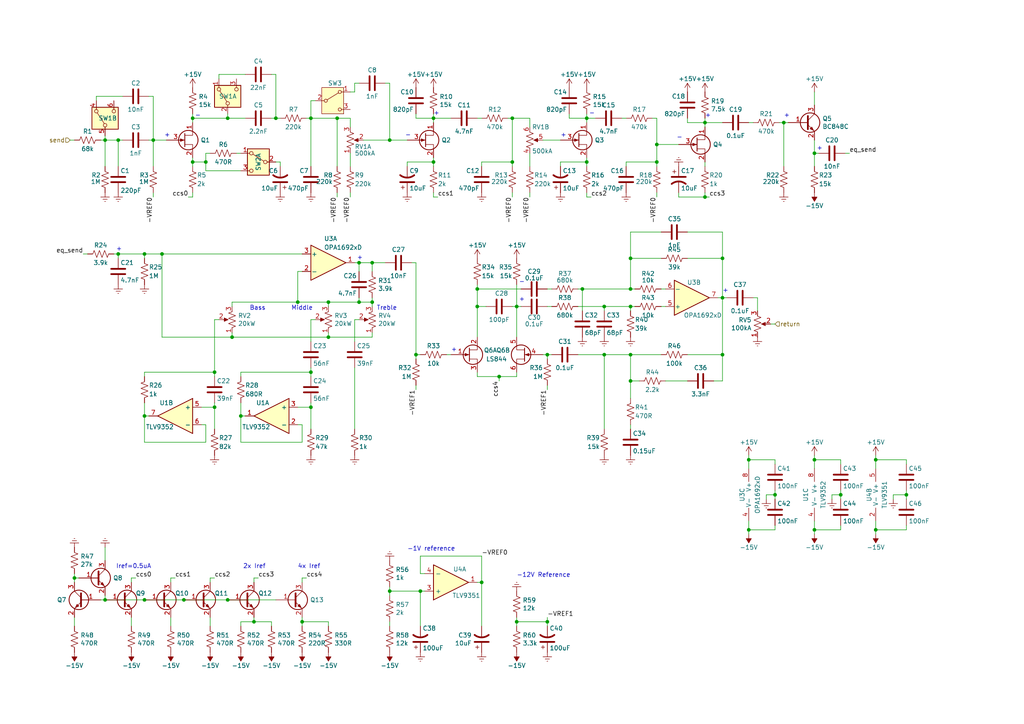
<source format=kicad_sch>
(kicad_sch (version 20230121) (generator eeschema)
  (paper "A4")
  (title_block (title "Sea Eagle Distortion") (date "2024-02-02") (rev "1.1.0") (company "Bennett Custom Audio"))
  (junction (at 53.34 173.99))
  (junction (at 182.88 74.93))
  (junction (at 209.55 74.93))
  (junction (at 113.03 171.45))
  (junction (at 113.03 40.64))
  (junction (at 204.47 57.15))
  (junction (at 95.25 87.63))
  (junction (at 175.26 88.9))
  (junction (at 120.65 102.87))
  (junction (at 86.36 87.63))
  (junction (at 204.47 35.56))
  (junction (at 148.59 34.29))
  (junction (at 190.5 41.91))
  (junction (at 46.99 73.66))
  (junction (at 144.78 109.22))
  (junction (at 175.26 102.87))
  (junction (at 21.59 167.64))
  (junction (at 170.18 34.29))
  (junction (at 236.22 133.35))
  (junction (at 236.22 153.67))
  (junction (at 243.84 143.51))
  (junction (at 158.75 102.87))
  (junction (at 34.29 73.66))
  (junction (at 62.23 118.11))
  (junction (at 148.59 46.99))
  (junction (at 104.14 87.63))
  (junction (at 55.88 34.29))
  (junction (at 254 153.67))
  (junction (at 139.7 168.91))
  (junction (at 30.48 173.99))
  (junction (at 217.17 133.35))
  (junction (at 104.14 76.2))
  (junction (at 44.45 40.64))
  (junction (at 236.22 44.45))
  (junction (at 262.89 143.51))
  (junction (at 209.55 102.87))
  (junction (at 149.86 180.34))
  (junction (at 90.17 107.95))
  (junction (at 217.17 153.67))
  (junction (at 168.91 83.82))
  (junction (at 87.63 180.34))
  (junction (at 125.73 34.29))
  (junction (at 224.79 143.51))
  (junction (at 67.31 97.79))
  (junction (at 209.55 86.36))
  (junction (at 97.79 34.29))
  (junction (at 182.88 88.9))
  (junction (at 34.29 40.64))
  (junction (at 182.88 110.49))
  (junction (at 59.69 46.99))
  (junction (at 227.33 35.56))
  (junction (at 90.17 118.11))
  (junction (at 254 133.35))
  (junction (at 69.85 120.65))
  (junction (at 182.88 83.82))
  (junction (at 90.17 34.29))
  (junction (at 41.91 73.66))
  (junction (at 66.04 34.29))
  (junction (at 73.66 180.34))
  (junction (at 62.23 107.95))
  (junction (at 158.75 180.34))
  (junction (at 138.43 88.9))
  (junction (at 121.92 171.45))
  (junction (at 95.25 97.79))
  (junction (at 149.86 88.9))
  (junction (at 66.04 173.99))
  (junction (at 138.43 83.82))
  (junction (at 107.95 76.2))
  (junction (at 190.5 46.99))
  (junction (at 182.88 102.87))
  (junction (at 30.48 40.64))
  (junction (at 55.88 46.99))
  (junction (at 41.91 120.65))
  (junction (at 41.91 173.99))
  (junction (at 107.95 87.63))
  (junction (at 170.18 46.99))
  (junction (at 125.73 46.99))
  (junction (at 80.01 34.29))
  (wire (pts (xy 209.55 35.56) (xy 204.47 35.56)))
  (wire (pts (xy 224.79 143.51) (xy 224.79 144.78)))
  (wire (pts (xy 90.17 124.46) (xy 90.17 118.11)))
  (wire (pts (xy 224.79 133.35) (xy 217.17 133.35)))
  (wire (pts (xy 210.82 86.36) (xy 209.55 86.36)))
  (wire (pts (xy 67.31 87.63) (xy 86.36 87.63)))
  (wire (pts (xy 148.59 88.9) (xy 149.86 88.9)))
  (wire (pts (xy 67.31 97.79) (xy 95.25 97.79)))
  (wire (pts (xy 69.85 128.27) (xy 69.85 120.65)))
  (wire (pts (xy 182.88 88.9) (xy 184.15 88.9)))
  (wire (pts (xy 121.92 181.61) (xy 121.92 171.45)))
  (wire (pts (xy 217.17 132.08) (xy 217.17 133.35)))
  (wire (pts (xy 153.67 48.26) (xy 153.67 44.45)))
  (wire (pts (xy 121.92 166.37) (xy 121.92 161.29)))
  (wire (pts (xy 107.95 97.79) (xy 95.25 97.79)))
  (wire (pts (xy 54.61 57.15) (xy 55.88 57.15)))
  (wire (pts (xy 217.17 154.94) (xy 217.17 153.67)))
  (wire (pts (xy 171.45 57.15) (xy 170.18 57.15)))
  (wire (pts (xy 148.59 57.15) (xy 148.59 55.88)))
  (wire (pts (xy 107.95 88.9) (xy 107.95 87.63)))
  (wire (pts (xy 243.84 134.62) (xy 243.84 133.35)))
  (wire (pts (xy 139.7 161.29) (xy 139.7 168.91)))
  (wire (pts (xy 97.79 48.26) (xy 97.79 34.29)))
  (wire (pts (xy 38.1 167.64) (xy 38.1 168.91)))
  (wire (pts (xy 41.91 73.66) (xy 46.99 73.66)))
  (wire (pts (xy 182.88 110.49) (xy 182.88 102.87)))
  (wire (pts (xy 170.18 34.29) (xy 170.18 35.56)))
  (wire (pts (xy 254 132.08) (xy 254 133.35)))
  (wire (pts (xy 262.89 152.4) (xy 262.89 153.67)))
  (wire (pts (xy 162.56 46.99) (xy 170.18 46.99)))
  (wire (pts (xy 165.1 34.29) (xy 165.1 33.02)))
  (wire (pts (xy 222.25 144.78) (xy 222.25 143.51)))
  (wire (pts (xy 38.1 181.61) (xy 38.1 179.07)))
  (wire (pts (xy 243.84 142.24) (xy 243.84 143.51)))
  (wire (pts (xy 190.5 41.91) (xy 196.85 41.91)))
  (wire (pts (xy 190.5 46.99) (xy 190.5 41.91)))
  (wire (pts (xy 209.55 110.49) (xy 209.55 102.87)))
  (wire (pts (xy 121.92 171.45) (xy 113.03 171.45)))
  (wire (pts (xy 86.36 78.74) (xy 87.63 78.74)))
  (wire (pts (xy 44.45 57.15) (xy 44.45 55.88)))
  (wire (pts (xy 217.17 153.67) (xy 217.17 151.13)))
  (wire (pts (xy 97.79 57.15) (xy 97.79 55.88)))
  (wire (pts (xy 182.88 83.82) (xy 184.15 83.82)))
  (wire (pts (xy 55.88 34.29) (xy 55.88 35.56)))
  (wire (pts (xy 21.59 166.37) (xy 21.59 167.64)))
  (wire (pts (xy 199.39 67.31) (xy 209.55 67.31)))
  (wire (pts (xy 120.65 104.14) (xy 120.65 102.87)))
  (wire (pts (xy 219.71 86.36) (xy 218.44 86.36)))
  (wire (pts (xy 218.44 35.56) (xy 217.17 35.56)))
  (wire (pts (xy 67.31 97.79) (xy 46.99 97.79)))
  (wire (pts (xy 209.55 67.31) (xy 209.55 74.93)))
  (wire (pts (xy 158.75 102.87) (xy 157.48 102.87)))
  (wire (pts (xy 172.72 34.29) (xy 170.18 34.29)))
  (wire (pts (xy 91.44 29.21) (xy 90.17 29.21)))
  (wire (pts (xy 41.91 109.22) (xy 41.91 107.95)))
  (wire (pts (xy 53.34 173.99) (xy 66.04 173.99)))
  (wire (pts (xy 236.22 135.89) (xy 236.22 133.35)))
  (wire (pts (xy 68.58 44.45) (xy 69.85 44.45)))
  (wire (pts (xy 262.89 134.62) (xy 262.89 133.35)))
  (wire (pts (xy 144.78 110.49) (xy 144.78 109.22)))
  (wire (pts (xy 120.65 34.29) (xy 120.65 33.02)))
  (wire (pts (xy 44.45 27.94) (xy 44.45 40.64)))
  (wire (pts (xy 34.29 74.93) (xy 34.29 73.66)))
  (wire (pts (xy 102.87 26.67) (xy 102.87 24.13)))
  (wire (pts (xy 205.74 57.15) (xy 204.47 57.15)))
  (wire (pts (xy 139.7 168.91) (xy 138.43 168.91)))
  (wire (pts (xy 101.6 57.15) (xy 101.6 55.88)))
  (wire (pts (xy 262.89 143.51) (xy 262.89 144.78)))
  (wire (pts (xy 74.93 167.64) (xy 73.66 167.64)))
  (wire (pts (xy 170.18 46.99) (xy 170.18 48.26)))
  (wire (pts (xy 59.69 44.45) (xy 60.96 44.45)))
  (wire (pts (xy 62.23 167.64) (xy 60.96 167.64)))
  (wire (pts (xy 33.02 73.66) (xy 34.29 73.66)))
  (wire (pts (xy 236.22 132.08) (xy 236.22 133.35)))
  (wire (pts (xy 101.6 34.29) (xy 97.79 34.29)))
  (wire (pts (xy 144.78 109.22) (xy 138.43 109.22)))
  (wire (pts (xy 34.29 48.26) (xy 34.29 40.64)))
  (wire (pts (xy 139.7 181.61) (xy 139.7 168.91)))
  (wire (pts (xy 123.19 171.45) (xy 121.92 171.45)))
  (wire (pts (xy 125.73 45.72) (xy 125.73 46.99)))
  (wire (pts (xy 175.26 90.17) (xy 175.26 88.9)))
  (wire (pts (xy 107.95 86.36) (xy 107.95 87.63)))
  (wire (pts (xy 120.65 102.87) (xy 121.92 102.87)))
  (wire (pts (xy 67.31 88.9) (xy 67.31 87.63)))
  (wire (pts (xy 30.48 39.37) (xy 30.48 40.64)))
  (wire (pts (xy 105.41 40.64) (xy 113.03 40.64)))
  (wire (pts (xy 262.89 142.24) (xy 262.89 143.51)))
  (wire (pts (xy 87.63 181.61) (xy 87.63 180.34)))
  (wire (pts (xy 168.91 83.82) (xy 182.88 83.82)))
  (wire (pts (xy 95.25 180.34) (xy 87.63 180.34)))
  (wire (pts (xy 153.67 57.15) (xy 153.67 55.88)))
  (wire (pts (xy 78.74 34.29) (xy 80.01 34.29)))
  (wire (pts (xy 158.75 113.03) (xy 158.75 111.76)))
  (wire (pts (xy 243.84 143.51) (xy 243.84 144.78)))
  (wire (pts (xy 125.73 34.29) (xy 125.73 35.56)))
  (wire (pts (xy 30.48 173.99) (xy 41.91 173.99)))
  (wire (pts (xy 243.84 152.4) (xy 243.84 153.67)))
  (wire (pts (xy 138.43 83.82) (xy 138.43 88.9)))
  (wire (pts (xy 48.26 40.64) (xy 44.45 40.64)))
  (wire (pts (xy 66.04 173.99) (xy 80.01 173.99)))
  (wire (pts (xy 80.01 34.29) (xy 81.28 34.29)))
  (wire (pts (xy 60.96 167.64) (xy 60.96 168.91)))
  (wire (pts (xy 125.73 34.29) (xy 120.65 34.29)))
  (wire (pts (xy 113.03 40.64) (xy 118.11 40.64)))
  (wire (pts (xy 41.91 116.84) (xy 41.91 120.65)))
  (wire (pts (xy 139.7 34.29) (xy 138.43 34.29)))
  (wire (pts (xy 59.69 49.53) (xy 59.69 46.99)))
  (wire (pts (xy 259.08 144.78) (xy 259.08 143.51)))
  (wire (pts (xy 196.85 57.15) (xy 204.47 57.15)))
  (wire (pts (xy 204.47 35.56) (xy 204.47 36.83)))
  (wire (pts (xy 87.63 167.64) (xy 87.63 168.91)))
  (wire (pts (xy 113.03 171.45) (xy 113.03 170.18)))
  (wire (pts (xy 97.79 34.29) (xy 90.17 34.29)))
  (wire (pts (xy 181.61 48.26) (xy 181.61 46.99)))
  (wire (pts (xy 20.32 40.64) (xy 21.59 40.64)))
  (wire (pts (xy 118.11 46.99) (xy 125.73 46.99)))
  (wire (pts (xy 168.91 90.17) (xy 168.91 83.82)))
  (wire (pts (xy 90.17 99.06) (xy 90.17 92.71)))
  (wire (pts (xy 113.03 181.61) (xy 113.03 180.34)))
  (wire (pts (xy 158.75 181.61) (xy 158.75 180.34)))
  (wire (pts (xy 88.9 34.29) (xy 90.17 34.29)))
  (wire (pts (xy 151.13 88.9) (xy 149.86 88.9)))
  (wire (pts (xy 113.03 172.72) (xy 113.03 171.45)))
  (wire (pts (xy 241.3 144.78) (xy 241.3 143.51)))
  (wire (pts (xy 148.59 34.29) (xy 147.32 34.29)))
  (wire (pts (xy 41.91 74.93) (xy 41.91 73.66)))
  (wire (pts (xy 69.85 181.61) (xy 69.85 180.34)))
  (wire (pts (xy 80.01 46.99) (xy 81.28 46.99)))
  (wire (pts (xy 107.95 96.52) (xy 107.95 97.79)))
  (wire (pts (xy 111.76 24.13) (xy 113.03 24.13)))
  (wire (pts (xy 90.17 29.21) (xy 90.17 34.29)))
  (wire (pts (xy 254 153.67) (xy 254 151.13)))
  (wire (pts (xy 46.99 97.79) (xy 46.99 73.66)))
  (wire (pts (xy 236.22 26.67) (xy 236.22 30.48)))
  (wire (pts (xy 129.54 102.87) (xy 130.81 102.87)))
  (wire (pts (xy 123.19 166.37) (xy 121.92 166.37)))
  (wire (pts (xy 138.43 82.55) (xy 138.43 83.82)))
  (wire (pts (xy 262.89 153.67) (xy 254 153.67)))
  (wire (pts (xy 167.64 83.82) (xy 168.91 83.82)))
  (wire (pts (xy 58.42 123.19) (xy 59.69 123.19)))
  (wire (pts (xy 199.39 35.56) (xy 199.39 34.29)))
  (wire (pts (xy 191.77 83.82) (xy 193.04 83.82)))
  (wire (pts (xy 243.84 153.67) (xy 236.22 153.67)))
  (wire (pts (xy 62.23 116.84) (xy 62.23 118.11)))
  (wire (pts (xy 78.74 181.61) (xy 78.74 180.34)))
  (wire (pts (xy 237.49 44.45) (xy 236.22 44.45)))
  (wire (pts (xy 24.13 73.66) (xy 25.4 73.66)))
  (wire (pts (xy 149.86 109.22) (xy 144.78 109.22)))
  (wire (pts (xy 138.43 88.9) (xy 138.43 97.79)))
  (wire (pts (xy 182.88 90.17) (xy 182.88 88.9)))
  (wire (pts (xy 148.59 48.26) (xy 148.59 46.99)))
  (wire (pts (xy 208.28 86.36) (xy 209.55 86.36)))
  (wire (pts (xy 34.29 73.66) (xy 41.91 73.66)))
  (wire (pts (xy 30.48 48.26) (xy 30.48 40.64)))
  (wire (pts (xy 181.61 34.29) (xy 180.34 34.29)))
  (wire (pts (xy 101.6 48.26) (xy 101.6 44.45)))
  (wire (pts (xy 246.38 44.45) (xy 245.11 44.45)))
  (wire (pts (xy 50.8 167.64) (xy 49.53 167.64)))
  (wire (pts (xy 95.25 181.61) (xy 95.25 180.34)))
  (wire (pts (xy 113.03 24.13) (xy 113.03 40.64)))
  (wire (pts (xy 49.53 167.64) (xy 49.53 168.91)))
  (wire (pts (xy 107.95 87.63) (xy 104.14 87.63)))
  (wire (pts (xy 59.69 123.19) (xy 59.69 128.27)))
  (wire (pts (xy 62.23 118.11) (xy 58.42 118.11)))
  (wire (pts (xy 209.55 102.87) (xy 209.55 86.36)))
  (wire (pts (xy 125.73 33.02) (xy 125.73 34.29)))
  (wire (pts (xy 41.91 107.95) (xy 62.23 107.95)))
  (wire (pts (xy 170.18 45.72) (xy 170.18 46.99)))
  (wire (pts (xy 69.85 109.22) (xy 69.85 107.95)))
  (wire (pts (xy 182.88 67.31) (xy 182.88 74.93)))
  (wire (pts (xy 95.25 97.79) (xy 95.25 96.52)))
  (wire (pts (xy 222.25 143.51) (xy 224.79 143.51)))
  (wire (pts (xy 153.67 34.29) (xy 148.59 34.29)))
  (wire (pts (xy 41.91 128.27) (xy 41.91 120.65)))
  (wire (pts (xy 236.22 151.13) (xy 236.22 153.67)))
  (wire (pts (xy 224.79 152.4) (xy 224.79 153.67)))
  (wire (pts (xy 104.14 76.2) (xy 104.14 78.74)))
  (wire (pts (xy 62.23 107.95) (xy 62.23 109.22)))
  (wire (pts (xy 55.88 46.99) (xy 59.69 46.99)))
  (wire (pts (xy 67.31 97.79) (xy 67.31 96.52)))
  (wire (pts (xy 196.85 55.88) (xy 196.85 57.15)))
  (wire (pts (xy 30.48 158.75) (xy 30.48 162.56)))
  (wire (pts (xy 243.84 133.35) (xy 236.22 133.35)))
  (wire (pts (xy 63.5 21.59) (xy 63.5 22.86)))
  (wire (pts (xy 120.65 76.2) (xy 119.38 76.2)))
  (wire (pts (xy 55.88 45.72) (xy 55.88 46.99)))
  (wire (pts (xy 86.36 87.63) (xy 95.25 87.63)))
  (wire (pts (xy 148.59 46.99) (xy 148.59 34.29)))
  (wire (pts (xy 170.18 33.02) (xy 170.18 34.29)))
  (wire (pts (xy 90.17 48.26) (xy 90.17 34.29)))
  (wire (pts (xy 43.18 40.64) (xy 44.45 40.64)))
  (wire (pts (xy 49.53 181.61) (xy 49.53 179.07)))
  (wire (pts (xy 158.75 104.14) (xy 158.75 102.87)))
  (wire (pts (xy 121.92 161.29) (xy 139.7 161.29)))
  (wire (pts (xy 30.48 172.72) (xy 30.48 173.99)))
  (wire (pts (xy 236.22 48.26) (xy 236.22 44.45)))
  (wire (pts (xy 104.14 86.36) (xy 104.14 87.63)))
  (wire (pts (xy 88.9 167.64) (xy 87.63 167.64)))
  (wire (pts (xy 162.56 48.26) (xy 162.56 46.99)))
  (wire (pts (xy 158.75 180.34) (xy 149.86 180.34)))
  (wire (pts (xy 158.75 179.07) (xy 158.75 180.34)))
  (wire (pts (xy 118.11 48.26) (xy 118.11 46.99)))
  (wire (pts (xy 60.96 181.61) (xy 60.96 179.07)))
  (wire (pts (xy 209.55 86.36) (xy 209.55 74.93)))
  (wire (pts (xy 87.63 128.27) (xy 69.85 128.27)))
  (wire (pts (xy 224.79 142.24) (xy 224.79 143.51)))
  (wire (pts (xy 90.17 92.71) (xy 91.44 92.71)))
  (wire (pts (xy 55.88 46.99) (xy 55.88 48.26)))
  (wire (pts (xy 86.36 87.63) (xy 86.36 78.74)))
  (wire (pts (xy 182.88 102.87) (xy 175.26 102.87)))
  (wire (pts (xy 102.87 24.13) (xy 104.14 24.13)))
  (wire (pts (xy 190.5 48.26) (xy 190.5 46.99)))
  (wire (pts (xy 73.66 180.34) (xy 73.66 179.07)))
  (wire (pts (xy 90.17 107.95) (xy 90.17 109.22)))
  (wire (pts (xy 102.87 106.68) (xy 102.87 124.46)))
  (wire (pts (xy 158.75 88.9) (xy 160.02 88.9)))
  (wire (pts (xy 41.91 173.99) (xy 53.34 173.99)))
  (wire (pts (xy 254 154.94) (xy 254 153.67)))
  (wire (pts (xy 90.17 116.84) (xy 90.17 118.11)))
  (wire (pts (xy 236.22 154.94) (xy 236.22 153.67)))
  (wire (pts (xy 87.63 123.19) (xy 87.63 128.27)))
  (wire (pts (xy 125.73 34.29) (xy 130.81 34.29)))
  (wire (pts (xy 262.89 133.35) (xy 254 133.35)))
  (wire (pts (xy 185.42 110.49) (xy 182.88 110.49)))
  (wire (pts (xy 217.17 133.35) (xy 217.17 135.89)))
  (wire (pts (xy 204.47 34.29) (xy 204.47 35.56)))
  (wire (pts (xy 157.48 40.64) (xy 162.56 40.64)))
  (wire (pts (xy 107.95 78.74) (xy 107.95 76.2)))
  (wire (pts (xy 204.47 55.88) (xy 204.47 57.15)))
  (wire (pts (xy 30.48 40.64) (xy 29.21 40.64)))
  (wire (pts (xy 120.65 113.03) (xy 120.65 111.76)))
  (wire (pts (xy 149.86 181.61) (xy 149.86 180.34)))
  (wire (pts (xy 224.79 153.67) (xy 217.17 153.67)))
  (wire (pts (xy 149.86 82.55) (xy 149.86 88.9)))
  (wire (pts (xy 41.91 120.65) (xy 43.18 120.65)))
  (wire (pts (xy 35.56 40.64) (xy 34.29 40.64)))
  (wire (pts (xy 90.17 118.11) (xy 86.36 118.11)))
  (wire (pts (xy 22.86 167.64) (xy 21.59 167.64)))
  (wire (pts (xy 69.85 120.65) (xy 71.12 120.65)))
  (wire (pts (xy 69.85 180.34) (xy 73.66 180.34)))
  (wire (pts (xy 209.55 74.93) (xy 199.39 74.93)))
  (wire (pts (xy 55.88 33.02) (xy 55.88 34.29)))
  (wire (pts (xy 193.04 110.49) (xy 199.39 110.49)))
  (wire (pts (xy 167.64 88.9) (xy 175.26 88.9)))
  (wire (pts (xy 149.86 179.07) (xy 149.86 180.34)))
  (wire (pts (xy 170.18 55.88) (xy 170.18 57.15)))
  (wire (pts (xy 190.5 41.91) (xy 190.5 34.29)))
  (wire (pts (xy 125.73 55.88) (xy 125.73 57.15)))
  (wire (pts (xy 182.88 124.46) (xy 182.88 123.19)))
  (wire (pts (xy 125.73 46.99) (xy 125.73 48.26)))
  (wire (pts (xy 254 133.35) (xy 254 135.89)))
  (wire (pts (xy 227.33 35.56) (xy 226.06 35.56)))
  (wire (pts (xy 227.33 35.56) (xy 227.33 48.26)))
  (wire (pts (xy 59.69 46.99) (xy 59.69 44.45)))
  (wire (pts (xy 138.43 107.95) (xy 138.43 109.22)))
  (wire (pts (xy 95.25 88.9) (xy 95.25 87.63)))
  (wire (pts (xy 66.04 33.02) (xy 66.04 34.29)))
  (wire (pts (xy 43.18 27.94) (xy 44.45 27.94)))
  (wire (pts (xy 241.3 143.51) (xy 243.84 143.51)))
  (wire (pts (xy 39.37 167.64) (xy 38.1 167.64)))
  (wire (pts (xy 175.26 102.87) (xy 167.64 102.87)))
  (wire (pts (xy 21.59 167.64) (xy 21.59 168.91)))
  (wire (pts (xy 259.08 143.51) (xy 262.89 143.51)))
  (wire (pts (xy 224.79 134.62) (xy 224.79 133.35)))
  (wire (pts (xy 62.23 124.46) (xy 62.23 118.11)))
  (wire (pts (xy 191.77 88.9) (xy 193.04 88.9)))
  (wire (pts (xy 21.59 181.61) (xy 21.59 179.07)))
  (wire (pts (xy 63.5 92.71) (xy 62.23 92.71)))
  (wire (pts (xy 204.47 46.99) (xy 204.47 48.26)))
  (wire (pts (xy 140.97 88.9) (xy 138.43 88.9)))
  (wire (pts (xy 191.77 67.31) (xy 182.88 67.31)))
  (wire (pts (xy 62.23 92.71) (xy 62.23 107.95)))
  (wire (pts (xy 86.36 123.19) (xy 87.63 123.19)))
  (wire (pts (xy 199.39 102.87) (xy 209.55 102.87)))
  (wire (pts (xy 66.04 34.29) (xy 55.88 34.29)))
  (wire (pts (xy 102.87 76.2) (xy 104.14 76.2)))
  (wire (pts (xy 101.6 26.67) (xy 102.87 26.67)))
  (wire (pts (xy 107.95 76.2) (xy 104.14 76.2)))
  (wire (pts (xy 81.28 46.99) (xy 81.28 48.26)))
  (wire (pts (xy 27.94 27.94) (xy 27.94 29.21)))
  (wire (pts (xy 175.26 88.9) (xy 182.88 88.9)))
  (wire (pts (xy 34.29 40.64) (xy 30.48 40.64)))
  (wire (pts (xy 101.6 36.83) (xy 101.6 34.29)))
  (wire (pts (xy 204.47 35.56) (xy 199.39 35.56)))
  (wire (pts (xy 29.21 173.99) (xy 30.48 173.99)))
  (wire (pts (xy 228.6 35.56) (xy 227.33 35.56)))
  (wire (pts (xy 69.85 116.84) (xy 69.85 120.65)))
  (wire (pts (xy 139.7 48.26) (xy 139.7 46.99)))
  (wire (pts (xy 44.45 48.26) (xy 44.45 40.64)))
  (wire (pts (xy 236.22 44.45) (xy 236.22 40.64)))
  (wire (pts (xy 59.69 49.53) (xy 69.85 49.53)))
  (wire (pts (xy 158.75 83.82) (xy 160.02 83.82)))
  (wire (pts (xy 139.7 46.99) (xy 148.59 46.99)))
  (wire (pts (xy 190.5 57.15) (xy 190.5 55.88)))
  (wire (pts (xy 80.01 21.59) (xy 80.01 34.29)))
  (wire (pts (xy 182.88 115.57) (xy 182.88 110.49)))
  (wire (pts (xy 207.01 110.49) (xy 209.55 110.49)))
  (wire (pts (xy 170.18 34.29) (xy 165.1 34.29)))
  (wire (pts (xy 71.12 34.29) (xy 66.04 34.29)))
  (wire (pts (xy 102.87 99.06) (xy 102.87 92.71)))
  (wire (pts (xy 127 57.15) (xy 125.73 57.15)))
  (wire (pts (xy 120.65 102.87) (xy 120.65 76.2)))
  (wire (pts (xy 69.85 107.95) (xy 90.17 107.95)))
  (wire (pts (xy 73.66 167.64) (xy 73.66 168.91)))
  (wire (pts (xy 219.71 90.17) (xy 219.71 86.36)))
  (wire (pts (xy 191.77 74.93) (xy 182.88 74.93)))
  (wire (pts (xy 59.69 128.27) (xy 41.91 128.27)))
  (wire (pts (xy 182.88 74.93) (xy 182.88 83.82)))
  (wire (pts (xy 175.26 124.46) (xy 175.26 102.87)))
  (wire (pts (xy 224.79 93.98) (xy 223.52 93.98)))
  (wire (pts (xy 160.02 102.87) (xy 158.75 102.87)))
  (wire (pts (xy 87.63 180.34) (xy 87.63 179.07)))
  (wire (pts (xy 111.76 76.2) (xy 107.95 76.2)))
  (wire (pts (xy 149.86 107.95) (xy 149.86 109.22)))
  (wire (pts (xy 78.74 21.59) (xy 80.01 21.59)))
  (wire (pts (xy 153.67 36.83) (xy 153.67 34.29)))
  (wire (pts (xy 151.13 83.82) (xy 138.43 83.82)))
  (wire (pts (xy 78.74 180.34) (xy 73.66 180.34)))
  (wire (pts (xy 181.61 46.99) (xy 190.5 46.99)))
  (wire (pts (xy 71.12 21.59) (xy 63.5 21.59)))
  (wire (pts (xy 90.17 106.68) (xy 90.17 107.95)))
  (wire (pts (xy 190.5 34.29) (xy 189.23 34.29)))
  (wire (pts (xy 55.88 55.88) (xy 55.88 57.15)))
  (wire (pts (xy 104.14 87.63) (xy 95.25 87.63)))
  (wire (pts (xy 35.56 27.94) (xy 27.94 27.94)))
  (wire (pts (xy 102.87 92.71) (xy 104.14 92.71)))
  (wire (pts (xy 149.86 88.9) (xy 149.86 97.79)))
  (wire (pts (xy 191.77 102.87) (xy 182.88 102.87)))
  (wire (pts (xy 46.99 73.66) (xy 87.63 73.66)))
  (text "4x Iref" (at 86.36 165.1 0) (effects (font (size 1.27 1.27)) (justify left bottom)))
  (text "-" (at 117.475 40.005 0) (effects (font (size 1.27 1.27)) (justify left bottom)))
  (text "+" (at 47.625 40.005 0) (effects (font (size 1.27 1.27)) (justify left bottom)))
  (text "+" (at 103.505 75.565 0) (effects (font (size 1.27 1.27)) (justify left bottom)))
  (text "+" (at 209.55 85.09 0) (effects (font (size 1.27 1.27)) (justify left bottom)))
  (text "+" (at 227.33 34.29 0) (effects (font (size 1.27 1.27)) (justify left bottom)))
  (text "+" (at 130.81 102.235 0) (effects (font (size 1.27 1.27)) (justify left bottom)))
  (text "Treble" (at 109.22 90.17 0) (effects (font (size 1.27 1.27)) (justify left bottom)))
  (text "-" (at 150.495 82.55 0) (effects (font (size 1.27 1.27)) (justify left bottom)))
  (text "+" (at 150.495 87.63 0) (effects (font (size 1.27 1.27)) (justify left bottom)))
  (text "2x Iref" (at 70.485 165.1 0) (effects (font (size 1.27 1.27)) (justify left bottom)))
  (text "-" (at 196.215 40.64 0) (effects (font (size 1.27 1.27)) (justify left bottom)))
  (text "Bass" (at 72.39 90.17 0) (effects (font (size 1.27 1.27)) (justify left bottom)))
  (text "+" (at 33.655 73.025 0) (effects (font (size 1.27 1.27)) (justify left bottom)))
  (text "-1V reference" (at 118.11 160.02 0) (effects (font (size 1.27 1.27)) (justify left bottom)))
  (text "Iref=0.5uA" (at 33.655 165.1 0) (effects (font (size 1.27 1.27)) (justify left bottom)))
  (text "+" (at 236.855 43.815 0) (effects (font (size 1.27 1.27)) (justify left bottom)))
  (text "+" (at 125.73 33.655 0) (effects (font (size 1.27 1.27)) (justify left bottom)))
  (text "-12V Reference" (at 149.86 167.64 0) (effects (font (size 1.27 1.27)) (justify left bottom)))
  (text "+" (at 162.56 40.005 0) (effects (font (size 1.27 1.27)) (justify left bottom)))
  (text "+" (at 204.47 34.29 0) (effects (font (size 1.27 1.27)) (justify left bottom)))
  (text "-" (at 170.815 33.655 0) (effects (font (size 1.27 1.27)) (justify left bottom)))
  (text "Middle" (at 84.455 90.17 0) (effects (font (size 1.27 1.27)) (justify left bottom)))
  (text "-" (at 56.515 34.29 0) (effects (font (size 1.27 1.27)) (justify left bottom)))
  (label "ccs1" (at 127 57.15 0))
  (label "ccs2" (at 171.45 57.15 0))
  (label "-VREF0" (at 190.5 57.15 270))
  (label "-VREF0" (at 97.79 57.15 270))
  (label "-VREF0" (at 148.59 57.15 270))
  (label "ccs0" (at 39.37 167.64 0))
  (label "-VREF0" (at 101.6 57.15 270))
  (label "ccs1" (at 50.8 167.64 0))
  (label "-VREF0" (at 44.45 57.15 270))
  (label "-VREF1" (at 158.75 179.07 0))
  (label "-VREF1" (at 158.75 113.03 270))
  (label "ccs0" (at 54.61 57.15 180))
  (label "-VREF1" (at 120.65 113.03 270))
  (label "ccs3" (at 205.74 57.15 0))
  (label "eq_send" (at 24.13 73.66 180))
  (label "-VREF0" (at 139.7 161.29 0))
  (label "ccs4" (at 88.9 167.64 0))
  (label "ccs4" (at 144.78 110.49 270))
  (label "-VREF0" (at 153.67 57.15 270))
  (label "ccs2" (at 62.23 167.64 0))
  (label "eq_send" (at 246.38 44.45 0))
  (label "ccs3" (at 74.93 167.64 0))
  (hierarchical_label "return" (shape input) (at 224.79 93.98 0))
  (hierarchical_label "send" (shape input) (at 20.32 40.64 180))
  (symbol (lib_id "Device:Q_NPN_BEC") (at 24.13 173.99 0) (mirror y) (unit 1)
    (property "Reference" "Q7" (at 19.2786 173.99 0) (effects (justify left)))
    (property "Value" "BC848C" (effects hide))
    (property "Footprint" "Package_TO_SOT_SMD:SOT-23_Handsoldering" (effects hide))
  )
  (symbol (lib_id "Device:Q_NPN_BEC") (at 35.56 173.99 0) (unit 1)
    (property "Reference" "Q9" (at 39.37 172.085 0) (effects (justify left)))
    (property "Value" "BC848C" (effects hide))
    (property "Footprint" "Package_TO_SOT_SMD:SOT-23_Handsoldering" (effects hide))
  )
  (symbol (lib_id "Device:Q_NPN_BEC") (at 46.99 173.99 0) (unit 1)
    (property "Reference" "Q10" (at 50.8 172.085 0) (effects (justify left)))
    (property "Value" "BC848C" (effects hide))
    (property "Footprint" "Package_TO_SOT_SMD:SOT-23_Handsoldering" (effects hide))
  )
  (symbol (lib_id "Device:Q_NPN_BEC") (at 58.42 173.99 0) (unit 1)
    (property "Reference" "Q11" (at 62.23 172.085 0) (effects (justify left)))
    (property "Value" "BC848C" (effects hide))
    (property "Footprint" "Package_TO_SOT_SMD:SOT-23_Handsoldering" (effects hide))
  )
  (symbol (lib_id "Device:Q_NPN_BEC") (at 71.12 173.99 0) (unit 1)
    (property "Reference" "Q12" (at 74.93 172.085 0) (effects (justify left)))
    (property "Value" "BC848C" (effects hide))
    (property "Footprint" "Package_TO_SOT_SMD:SOT-23_Handsoldering" (effects hide))
  )
  (symbol (lib_id "Device:Q_NPN_BEC") (at 85.09 173.99 0) (unit 1)
    (property "Reference" "Q13" (at 89.9414 173.99 0) (effects (justify left)))
    (property "Value" "BC848C" (effects hide))
    (property "Footprint" "Package_TO_SOT_SMD:SOT-23_Handsoldering" (effects hide))
  )
  (symbol (lib_id "bca-symbols:R") (at 78.74 185.42 270) (unit 1)
    (property "Reference" "R53" (at 80.4672 184.2516 90) (effects (justify left)))
    (property "Value" "470R" (at 80.4672 186.563 90) (effects (justify left)))
    (property "Footprint" "Resistor_SMD:R_0603_1608Metric_Pad0.98x0.95mm_HandSolder" (effects hide))
  )
  (symbol (lib_id "power:-15V") (at 78.74 189.23 180) (unit 1)
    (property "Reference" "#PWR040" (effects hide))
    (property "Value" "-15V" (at 78.74 193.04 0))
  )
  (symbol (lib_id "bca-symbols:R") (at 95.25 185.42 270) (unit 1)
    (property "Reference" "R55" (at 96.9772 184.2516 90) (effects (justify left)))
    (property "Value" "330R" (at 96.9772 186.563 90) (effects (justify left)))
    (property "Footprint" "Resistor_SMD:R_0603_1608Metric_Pad0.98x0.95mm_HandSolder" (effects hide))
  )
  (symbol (lib_id "power:-15V") (at 95.25 189.23 180) (unit 1)
    (property "Reference" "#PWR042" (effects hide))
    (property "Value" "-15V" (at 95.25 193.04 0))
  )
  (symbol (lib_id "bca-symbols:C_Film_W2.50mm") (at 203.2 110.49 270) (unit 1)
    (property "Reference" "C36" (at 203.2 106.68 90))
    (property "Value" "3.3nF" (at 203.2 114.3 90))
    (property "Footprint" "bca-footprints:C_Film_L7.2mm_W2.5mm_P5.00mm" (effects hide))
  )
  (symbol (lib_id "bca-symbols:R") (at 189.23 110.49 0) (unit 1)
    (property "Reference" "R44" (at 189.23 107.95 0))
    (property "Value" "2.2k" (at 189.23 113.03 0))
    (property "Footprint" "bca-footprints:R_L3.6mm_D1.6mm_P5.00mm_Horizontal" (effects hide))
  )
  (symbol (lib_id "bca-symbols:C_Ceramic") (at 181.61 52.07 0) (mirror x) (unit 1)
    (property "Reference" "C16" (at 180.975 49.53 0) (effects (justify right)))
    (property "Value" "470pF" (at 180.975 54.61 0) (effects (justify right)))
    (property "Footprint" "Capacitor_SMD:C_0603_1608Metric_Pad1.08x0.95mm_HandSolder" (effects hide))
  )
  (symbol (lib_id "power:Earth") (at 181.61 55.88 0) (mirror y) (unit 1)
    (property "Reference" "#PWR013" (effects hide))
    (property "Value" "Earth" (effects hide))
  )
  (symbol (lib_id "bca-symbols:C_Ceramic") (at 139.7 52.07 0) (mirror x) (unit 1)
    (property "Reference" "C12" (at 139.065 49.53 0) (effects (justify right)))
    (property "Value" "470pF" (at 139.065 54.61 0) (effects (justify right)))
    (property "Footprint" "Capacitor_SMD:C_0603_1608Metric_Pad1.08x0.95mm_HandSolder" (effects hide))
  )
  (symbol (lib_id "power:Earth") (at 139.7 55.88 0) (mirror y) (unit 1)
    (property "Reference" "#PWR09" (effects hide))
    (property "Value" "Earth" (effects hide))
  )
  (symbol (lib_id "bca-symbols:R") (at 41.91 78.74 270) (unit 1)
    (property "Reference" "R25" (at 43.18 77.47 90) (effects (justify left)))
    (property "Value" "1M" (at 43.18 80.01 90) (effects (justify left)))
    (property "Footprint" "bca-footprints:R_L3.6mm_D1.6mm_P5.00mm_Horizontal" (effects hide))
  )
  (symbol (lib_id "power:Earth") (at 41.91 82.55 0) (mirror y) (unit 1)
    (property "Reference" "#PWR021" (effects hide))
    (property "Value" "Earth" (effects hide))
  )
  (symbol (lib_id "bca-symbols:R") (at 64.77 44.45 0) (unit 1)
    (property "Reference" "R6" (at 64.77 41.91 0))
    (property "Value" "470R" (at 64.77 46.99 0))
    (property "Footprint" "bca-footprints:R_L3.6mm_D1.6mm_P5.00mm_Horizontal" (effects hide))
  )
  (symbol (lib_id "Switch:SW_DPDT_x2") (at 74.93 46.99 0) (mirror y) (unit 1)
    (property "Reference" "SW2" (at 74.93 46.99 90))
    (property "Value" "SW_DPDT_x2" (effects hide))
    (property "Footprint" "bca-footprints:Pin_Header_Straight_1x06_Pitch2.54mm" (effects hide))
  )
  (symbol (lib_id "bca-symbols:R") (at 30.48 52.07 270) (unit 1)
    (property "Reference" "R2" (at 29.21 50.8 90) (effects (justify right)))
    (property "Value" "1M" (at 29.21 52.705 90) (effects (justify right)))
    (property "Footprint" "bca-footprints:R_L3.6mm_D1.6mm_P5.00mm_Horizontal" (effects hide))
  )
  (symbol (lib_id "power:Earth") (at 30.48 55.88 0) (unit 1)
    (property "Reference" "#PWR01" (effects hide))
    (property "Value" "Earth" (effects hide))
  )
  (symbol (lib_id "bca-symbols:R") (at 25.4 40.64 0) (unit 1)
    (property "Reference" "R1" (at 25.4 38.1 0))
    (property "Value" "68k" (at 25.4 43.18 0))
    (property "Footprint" "bca-footprints:R_L3.6mm_D1.6mm_P5.00mm_Horizontal" (effects hide))
  )
  (symbol (lib_id "bca-symbols:C_Ceramic") (at 34.29 52.07 0) (unit 1)
    (property "Reference" "C1" (at 34.925 49.53 0) (effects (justify left)))
    (property "Value" "220pF" (at 34.925 55.245 0) (effects (justify left)))
    (property "Footprint" "Capacitor_SMD:C_0603_1608Metric_Pad1.08x0.95mm_HandSolder" (effects hide))
  )
  (symbol (lib_id "power:Earth") (at 34.29 55.88 0) (mirror y) (unit 1)
    (property "Reference" "#PWR02" (effects hide))
    (property "Value" "Earth" (effects hide))
  )
  (symbol (lib_id "bca-symbols:C_Film_W2.50mm") (at 39.37 40.64 270) (unit 1)
    (property "Reference" "C3" (at 39.37 36.83 90))
    (property "Value" "1nF" (at 39.37 44.45 90))
    (property "Footprint" "bca-footprints:C_Film_L7.2mm_W2.5mm_P5.00mm" (effects hide))
  )
  (symbol (lib_id "power:+15V") (at 55.88 25.4 0) (unit 1)
    (property "Reference" "#PWR03" (effects hide))
    (property "Value" "+15V" (at 55.88 21.59 0))
  )
  (symbol (lib_id "Device:Q_NJFET_DSG") (at 53.34 40.64 0) (unit 1)
    (property "Reference" "Q1" (at 58.1914 40.64 0) (effects (justify left)))
    (property "Value" "MMBFJ202" (effects hide))
    (property "Footprint" "Package_TO_SOT_SMD:SOT-23_Handsoldering" (effects hide))
  )
  (symbol (lib_id "bca-symbols:CP_Audio") (at 81.28 52.07 180) (unit 1)
    (property "Reference" "C6" (at 80.645 49.53 0) (effects (justify left)))
    (property "Value" "10uF" (at 80.645 54.61 0) (effects (justify left)))
    (property "Footprint" "bca-footprints:CP_Radial_D4.0mm_P1.50mm" (effects hide))
  )
  (symbol (lib_id "power:Earth") (at 81.28 55.88 0) (mirror y) (unit 1)
    (property "Reference" "#PWR04" (effects hide))
    (property "Value" "Earth" (effects hide))
  )
  (symbol (lib_id "bca-symbols:R") (at 55.88 29.21 270) (unit 1)
    (property "Reference" "R4" (at 57.6072 28.0416 90) (effects (justify left)))
    (property "Value" "15k" (at 57.6072 30.353 90) (effects (justify left)))
    (property "Footprint" "bca-footprints:R_L3.6mm_D1.6mm_P5.00mm_Horizontal" (effects hide))
  )
  (symbol (lib_id "bca-symbols:R") (at 55.88 52.07 270) (unit 1)
    (property "Reference" "R5" (at 57.15 50.8 90) (effects (justify left)))
    (property "Value" "2k" (at 57.15 53.34 90) (effects (justify left)))
    (property "Footprint" "bca-footprints:R_L3.6mm_D1.6mm_P5.00mm_Horizontal" (effects hide))
  )
  (symbol (lib_id "power:+15V") (at 125.73 25.4 0) (unit 1)
    (property "Reference" "#PWR08" (effects hide))
    (property "Value" "+15V" (at 125.73 21.59 0))
  )
  (symbol (lib_id "bca-symbols:CP_Audio") (at 118.11 52.07 0) (mirror x) (unit 1)
    (property "Reference" "C9" (at 118.745 49.53 0) (effects (justify left)))
    (property "Value" "10uF" (at 118.745 54.61 0) (effects (justify left)))
    (property "Footprint" "bca-footprints:CP_Radial_D4.0mm_P1.50mm" (effects hide))
  )
  (symbol (lib_id "power:Earth") (at 118.11 55.88 0) (mirror y) (unit 1)
    (property "Reference" "#PWR06" (effects hide))
    (property "Value" "Earth" (effects hide))
  )
  (symbol (lib_id "bca-symbols:R") (at 125.73 29.21 270) (unit 1)
    (property "Reference" "R10" (at 127.4572 28.0416 90) (effects (justify left)))
    (property "Value" "15k" (at 127.4572 30.353 90) (effects (justify left)))
    (property "Footprint" "bca-footprints:R_L3.6mm_D1.6mm_P5.00mm_Horizontal" (effects hide))
  )
  (symbol (lib_id "bca-symbols:C_Film_W2.50mm") (at 134.62 34.29 270) (unit 1)
    (property "Reference" "C11" (at 134.62 30.48 90))
    (property "Value" "4.7nF" (at 134.62 38.1 90))
    (property "Footprint" "bca-footprints:C_Film_L7.2mm_W2.5mm_P5.00mm" (effects hide))
  )
  (symbol (lib_id "bca-symbols:R") (at 125.73 52.07 270) (unit 1)
    (property "Reference" "R11" (at 127 50.8 90) (effects (justify left)))
    (property "Value" "2k" (at 127 53.34 90) (effects (justify left)))
    (property "Footprint" "bca-footprints:R_L3.6mm_D1.6mm_P5.00mm_Horizontal" (effects hide))
  )
  (symbol (lib_id "bca-symbols:R_POT_Dual") (at 101.6 40.64 0) (unit 1)
    (property "Reference" "RV1" (at 102.87 42.545 0) (effects (justify left)))
    (property "Value" "500kA" (at 102.87 44.45 0) (effects (justify left)))
    (property "Footprint" "bca-footprints:R_POT_DUAL" (effects hide))
  )
  (symbol (lib_id "bca-symbols:R") (at 101.6 52.07 270) (unit 1)
    (property "Reference" "R9" (at 102.87 50.8 90) (effects (justify left)))
    (property "Value" "220k" (at 102.87 53.34 90) (effects (justify left)))
    (property "Footprint" "bca-footprints:R_L3.6mm_D1.6mm_P5.00mm_Horizontal" (effects hide))
  )
  (symbol (lib_id "power:+15V") (at 170.18 25.4 0) (unit 1)
    (property "Reference" "#PWR012" (effects hide))
    (property "Value" "+15V" (at 170.18 21.59 0))
  )
  (symbol (lib_id "Device:Q_NJFET_DSG") (at 167.64 40.64 0) (unit 1)
    (property "Reference" "Q3" (at 172.4914 40.64 0) (effects (justify left)))
    (property "Value" "MMBFJ202" (effects hide))
    (property "Footprint" "Package_TO_SOT_SMD:SOT-23_Handsoldering" (effects hide))
  )
  (symbol (lib_id "bca-symbols:R") (at 170.18 29.21 270) (unit 1)
    (property "Reference" "R15" (at 171.9072 28.0416 90) (effects (justify left)))
    (property "Value" "15k" (at 171.9072 30.353 90) (effects (justify left)))
    (property "Footprint" "bca-footprints:R_L3.6mm_D1.6mm_P5.00mm_Horizontal" (effects hide))
  )
  (symbol (lib_id "bca-symbols:C_Film_W2.50mm") (at 176.53 34.29 270) (unit 1)
    (property "Reference" "C15" (at 176.53 30.48 90))
    (property "Value" "4.7nF" (at 176.53 38.1 90))
    (property "Footprint" "bca-footprints:C_Film_L7.2mm_W2.5mm_P5.00mm" (effects hide))
  )
  (symbol (lib_id "bca-symbols:R") (at 170.18 52.07 270) (unit 1)
    (property "Reference" "R16" (at 171.45 50.8 90) (effects (justify left)))
    (property "Value" "2k" (at 171.45 53.34 90) (effects (justify left)))
    (property "Footprint" "bca-footprints:R_L3.6mm_D1.6mm_P5.00mm_Horizontal" (effects hide))
  )
  (symbol (lib_id "bca-symbols:R") (at 85.09 34.29 0) (unit 1)
    (property "Reference" "R7" (at 85.09 31.75 0))
    (property "Value" "220k" (at 85.09 36.83 0))
    (property "Footprint" "bca-footprints:R_L3.6mm_D1.6mm_P5.00mm_Horizontal" (effects hide))
  )
  (symbol (lib_id "bca-symbols:R_POT_Dual") (at 153.67 40.64 0) (unit 2)
    (property "Reference" "RV1" (at 154.305 36.83 0) (effects (justify left)))
    (property "Value" "500kA" (at 154.305 43.815 0) (effects (justify left)))
    (property "Footprint" "bca-footprints:R_POT_DUAL" (effects hide))
  )
  (symbol (lib_id "bca-symbols:R") (at 153.67 52.07 270) (unit 1)
    (property "Reference" "R14" (at 154.94 50.8 90) (effects (justify left)))
    (property "Value" "220k" (at 154.94 53.34 90) (effects (justify left)))
    (property "Footprint" "bca-footprints:R_L3.6mm_D1.6mm_P5.00mm_Horizontal" (effects hide))
  )
  (symbol (lib_id "bca-symbols:R") (at 143.51 34.29 0) (unit 1)
    (property "Reference" "R12" (at 143.51 31.75 0))
    (property "Value" "470k" (at 143.51 36.83 0))
    (property "Footprint" "bca-footprints:R_L3.6mm_D1.6mm_P5.00mm_Horizontal" (effects hide))
  )
  (symbol (lib_id "bca-symbols:C_Ceramic") (at 90.17 52.07 0) (mirror x) (unit 1)
    (property "Reference" "C7" (at 89.535 49.53 0) (effects (justify right)))
    (property "Value" "470pF" (at 89.535 54.61 0) (effects (justify right)))
    (property "Footprint" "Capacitor_SMD:C_0603_1608Metric_Pad1.08x0.95mm_HandSolder" (effects hide))
  )
  (symbol (lib_id "power:Earth") (at 90.17 55.88 0) (mirror y) (unit 1)
    (property "Reference" "#PWR05" (effects hide))
    (property "Value" "Earth" (effects hide))
  )
  (symbol (lib_id "bca-symbols:R") (at 44.45 52.07 270) (unit 1)
    (property "Reference" "R3" (at 43.18 50.8 90) (effects (justify right)))
    (property "Value" "1M" (at 43.18 52.705 90) (effects (justify right)))
    (property "Footprint" "bca-footprints:R_L3.6mm_D1.6mm_P5.00mm_Horizontal" (effects hide))
  )
  (symbol (lib_id "bca-symbols:R") (at 97.79 52.07 270) (unit 1)
    (property "Reference" "R8" (at 96.52 50.8 90) (effects (justify right)))
    (property "Value" "220k" (at 96.52 52.705 90) (effects (justify right)))
    (property "Footprint" "bca-footprints:R_L3.6mm_D1.6mm_P5.00mm_Horizontal" (effects hide))
  )
  (symbol (lib_id "bca-symbols:C_Film_W2.50mm") (at 74.93 34.29 270) (unit 1)
    (property "Reference" "C5" (at 74.93 30.48 90))
    (property "Value" "2.2nF" (at 74.93 38.1 90))
    (property "Footprint" "bca-footprints:C_Film_L7.2mm_W2.5mm_P5.00mm" (effects hide))
  )
  (symbol (lib_id "bca-symbols:CP_Audio") (at 162.56 52.07 0) (mirror x) (unit 1)
    (property "Reference" "C13" (at 163.195 49.53 0) (effects (justify left)))
    (property "Value" "10uF" (at 163.195 54.61 0) (effects (justify left)))
    (property "Footprint" "bca-footprints:CP_Radial_D4.0mm_P1.50mm" (effects hide))
  )
  (symbol (lib_id "power:Earth") (at 162.56 55.88 0) (mirror y) (unit 1)
    (property "Reference" "#PWR010" (effects hide))
    (property "Value" "Earth" (effects hide))
  )
  (symbol (lib_id "bca-symbols:R") (at 185.42 34.29 0) (unit 1)
    (property "Reference" "R17" (at 185.42 31.75 0))
    (property "Value" "470k" (at 185.42 36.83 0))
    (property "Footprint" "bca-footprints:R_L3.6mm_D1.6mm_P5.00mm_Horizontal" (effects hide))
  )
  (symbol (lib_id "bca-symbols:R") (at 190.5 52.07 270) (unit 1)
    (property "Reference" "R18" (at 189.23 50.8 90) (effects (justify right)))
    (property "Value" "220k" (at 189.23 52.705 90) (effects (justify right)))
    (property "Footprint" "bca-footprints:R_L3.6mm_D1.6mm_P5.00mm_Horizontal" (effects hide))
  )
  (symbol (lib_id "power:+15V") (at 204.47 26.67 0) (unit 1)
    (property "Reference" "#PWR016" (effects hide))
    (property "Value" "+15V" (at 204.47 22.86 0))
  )
  (symbol (lib_id "Device:Q_NJFET_DSG") (at 201.93 41.91 0) (unit 1)
    (property "Reference" "Q4" (at 206.7814 41.91 0) (effects (justify left)))
    (property "Value" "MMBFJ202" (effects hide))
    (property "Footprint" "Package_TO_SOT_SMD:SOT-23_Handsoldering" (effects hide))
  )
  (symbol (lib_id "bca-symbols:R") (at 204.47 30.48 270) (unit 1)
    (property "Reference" "R19" (at 206.1972 29.3116 90) (effects (justify left)))
    (property "Value" "7.5k" (at 206.1972 31.623 90) (effects (justify left)))
    (property "Footprint" "bca-footprints:R_L3.6mm_D1.6mm_P5.00mm_Horizontal" (effects hide))
  )
  (symbol (lib_id "bca-symbols:R") (at 204.47 52.07 270) (unit 1)
    (property "Reference" "R20" (at 205.74 50.8 90) (effects (justify left)))
    (property "Value" "1k" (at 205.74 53.34 90) (effects (justify left)))
    (property "Footprint" "bca-footprints:R_L3.6mm_D1.6mm_P5.00mm_Horizontal" (effects hide))
  )
  (symbol (lib_id "Device:Q_NJFET_DSG") (at 123.19 40.64 0) (unit 1)
    (property "Reference" "Q2" (at 128.0414 40.64 0) (effects (justify left)))
    (property "Value" "MMBFJ202" (effects hide))
    (property "Footprint" "Package_TO_SOT_SMD:SOT-23_Handsoldering" (effects hide))
  )
  (symbol (lib_id "Device:Q_NPN_BEC") (at 233.68 35.56 0) (unit 1)
    (property "Reference" "Q5" (at 238.5314 34.3916 0) (effects (justify left)))
    (property "Value" "BC848C" (at 238.5314 36.703 0) (effects (justify left)))
    (property "Footprint" "Package_TO_SOT_SMD:SOT-23_Handsoldering" (effects hide))
  )
  (symbol (lib_id "power:+15V") (at 236.22 26.67 0) (unit 1)
    (property "Reference" "#PWR018" (effects hide))
    (property "Value" "+15V" (at 236.22 22.86 0))
  )
  (symbol (lib_id "bca-symbols:R") (at 236.22 52.07 270) (unit 1)
    (property "Reference" "R23" (at 237.49 50.8 90) (effects (justify left)))
    (property "Value" "15k" (at 237.49 53.34 90) (effects (justify left)))
    (property "Footprint" "bca-footprints:R_L3.6mm_D1.6mm_P5.00mm_Horizontal" (effects hide))
  )
  (symbol (lib_id "power:-15V") (at 236.22 55.88 180) (unit 1)
    (property "Reference" "#PWR019" (effects hide))
    (property "Value" "-15V" (at 236.22 59.69 0))
  )
  (symbol (lib_id "bca-symbols:C_Film_W2.50mm") (at 241.3 44.45 270) (unit 1)
    (property "Reference" "C20" (at 241.3 40.64 90))
    (property "Value" "10nF" (at 241.3 48.26 90))
    (property "Footprint" "bca-footprints:C_Film_L7.2mm_W2.5mm_P5.00mm" (effects hide))
  )
  (symbol (lib_id "bca-symbols:CP_Audio") (at 196.85 52.07 0) (unit 1)
    (property "Reference" "C17" (at 197.485 49.53 0) (effects (justify left)))
    (property "Value" "10uF" (at 197.485 54.61 0) (effects (justify left)))
    (property "Footprint" "bca-footprints:CP_Radial_D4.0mm_P1.50mm" (effects hide))
  )
  (symbol (lib_id "power:Earth") (at 196.85 48.26 180) (unit 1)
    (property "Reference" "#PWR014" (effects hide))
    (property "Value" "Earth" (effects hide))
  )
  (symbol (lib_id "bca-symbols:C_Ceramic") (at 120.65 29.21 0) (mirror x) (unit 1)
    (property "Reference" "C10" (at 120.015 26.67 0) (effects (justify right)))
    (property "Value" "820pF" (at 120.015 31.75 0) (effects (justify right)))
    (property "Footprint" "Capacitor_SMD:C_0603_1608Metric_Pad1.08x0.95mm_HandSolder" (effects hide))
  )
  (symbol (lib_id "power:+15V") (at 120.65 25.4 0) (unit 1)
    (property "Reference" "#PWR07" (effects hide))
    (property "Value" "+15V" (at 120.65 21.59 0))
  )
  (symbol (lib_id "bca-symbols:C_Ceramic") (at 165.1 29.21 0) (mirror x) (unit 1)
    (property "Reference" "C14" (at 164.465 26.67 0) (effects (justify right)))
    (property "Value" "820pF" (at 164.465 31.75 0) (effects (justify right)))
    (property "Footprint" "Capacitor_SMD:C_0603_1608Metric_Pad1.08x0.95mm_HandSolder" (effects hide))
  )
  (symbol (lib_id "power:+15V") (at 165.1 25.4 0) (unit 1)
    (property "Reference" "#PWR011" (effects hide))
    (property "Value" "+15V" (at 165.1 21.59 0))
  )
  (symbol (lib_id "bca-symbols:C_Film_W2.50mm") (at 213.36 35.56 270) (unit 1)
    (property "Reference" "C19" (at 213.36 31.75 90))
    (property "Value" "0.1uF" (at 213.36 39.37 90))
    (property "Footprint" "bca-footprints:C_Film_L7.2mm_W2.5mm_P5.00mm" (effects hide))
  )
  (symbol (lib_id "bca-symbols:R") (at 222.25 35.56 0) (unit 1)
    (property "Reference" "R21" (at 222.25 33.02 0))
    (property "Value" "470k" (at 222.25 38.1 0))
    (property "Footprint" "bca-footprints:R_L3.6mm_D1.6mm_P5.00mm_Horizontal" (effects hide))
  )
  (symbol (lib_id "bca-symbols:R") (at 227.33 52.07 270) (unit 1)
    (property "Reference" "R22" (at 226.06 50.8 90) (effects (justify right)))
    (property "Value" "220k" (at 226.06 52.705 90) (effects (justify right)))
    (property "Footprint" "bca-footprints:R_L3.6mm_D1.6mm_P5.00mm_Horizontal" (effects hide))
  )
  (symbol (lib_id "power:Earth") (at 227.33 55.88 0) (unit 1)
    (property "Reference" "#PWR017" (effects hide))
    (property "Value" "Earth" (effects hide))
  )
  (symbol (lib_id "bca-symbols:C_Ceramic") (at 199.39 30.48 0) (mirror x) (unit 1)
    (property "Reference" "C18" (at 198.755 27.94 0) (effects (justify right)))
    (property "Value" "820pF" (at 198.755 33.02 0) (effects (justify right)))
    (property "Footprint" "Capacitor_SMD:C_0603_1608Metric_Pad1.08x0.95mm_HandSolder" (effects hide))
  )
  (symbol (lib_id "power:+15V") (at 199.39 26.67 0) (unit 1)
    (property "Reference" "#PWR015" (effects hide))
    (property "Value" "+15V" (at 199.39 22.86 0))
  )
  (symbol (lib_id "bca-symbols:R") (at 148.59 52.07 270) (unit 1)
    (property "Reference" "R13" (at 147.32 50.8 90) (effects (justify right)))
    (property "Value" "220k" (at 147.32 52.705 90) (effects (justify right)))
    (property "Footprint" "bca-footprints:R_L3.6mm_D1.6mm_P5.00mm_Horizontal" (effects hide))
  )
  (symbol (lib_id "Switch:SW_SPDT") (at 96.52 29.21 0) (unit 1)
    (property "Reference" "SW3" (at 97.155 24.13 0))
    (property "Value" "SW_SPDT" (effects hide))
    (property "Footprint" "bca-footprints:SW_Toggle_SPDT_SolderLug" (effects hide))
  )
  (symbol (lib_id "bca-symbols:C_Film_W2.50mm") (at 107.95 24.13 270) (unit 1)
    (property "Reference" "C8" (at 107.95 20.32 90))
    (property "Value" "1nF" (at 107.95 27.94 90))
    (property "Footprint" "bca-footprints:C_Film_L7.2mm_W2.5mm_P5.00mm" (effects hide))
  )
  (symbol (lib_id "Switch:SW_DPDT_x2") (at 30.48 34.29 90) (unit 2)
    (property "Reference" "SW1" (at 28.575 34.29 90) (effects (justify right)))
    (property "Value" "SW_DPDT_x2" (effects hide))
    (property "Footprint" "bca-footprints:SW_Toggle_DPDT_SolderLug" (effects hide))
  )
  (symbol (lib_id "bca-symbols:C_Film_W2.50mm") (at 39.37 27.94 270) (unit 1)
    (property "Reference" "C2" (at 39.37 24.13 90))
    (property "Value" "10nF" (at 39.37 31.75 90))
    (property "Footprint" "bca-footprints:C_Film_L7.2mm_W2.5mm_P5.00mm" (effects hide))
  )
  (symbol (lib_id "Switch:SW_DPDT_x2") (at 66.04 27.94 90) (unit 1)
    (property "Reference" "SW1" (at 63.5 27.94 90) (effects (justify right)))
    (property "Value" "SW_DPDT_x2" (effects hide))
    (property "Footprint" "bca-footprints:SW_Toggle_DPDT_SolderLug" (effects hide))
  )
  (symbol (lib_id "bca-symbols:C_Film_W2.50mm") (at 74.93 21.59 270) (unit 1)
    (property "Reference" "C4" (at 74.93 17.78 90))
    (property "Value" "22nF" (at 74.93 25.4 90))
    (property "Footprint" "bca-footprints:C_Film_L7.2mm_W2.5mm_P5.00mm" (effects hide))
  )
  (symbol (lib_id "power:-15V") (at 113.03 189.23 180) (unit 1)
    (property "Reference" "#PWR044" (effects hide))
    (property "Value" "-15V" (at 113.03 193.04 0))
  )
  (symbol (lib_id "bca-symbols:R") (at 113.03 185.42 270) (unit 1)
    (property "Reference" "R58" (at 114.7572 184.2516 90) (effects (justify left)))
    (property "Value" "12k" (at 114.7572 186.563 90) (effects (justify left)))
    (property "Footprint" "Resistor_SMD:R_0603_1608Metric_Pad0.98x0.95mm_HandSolder" (effects hide))
  )
  (symbol (lib_id "bca-symbols:R") (at 113.03 166.37 270) (unit 1)
    (property "Reference" "R56" (at 114.7572 165.2016 90) (effects (justify left)))
    (property "Value" "1k" (at 114.7572 167.513 90) (effects (justify left)))
    (property "Footprint" "Resistor_SMD:R_0603_1608Metric_Pad0.98x0.95mm_HandSolder" (effects hide))
  )
  (symbol (lib_id "power:Earth") (at 113.03 162.56 180) (unit 1)
    (property "Reference" "#PWR043" (effects hide))
    (property "Value" "Earth" (effects hide))
  )
  (symbol (lib_id "bca-symbols:CP_Power") (at 121.92 185.42 0) (mirror x) (unit 1)
    (property "Reference" "C38" (at 122.555 182.245 0) (effects (justify left)))
    (property "Value" "100uF" (at 122.555 187.96 0) (effects (justify left)))
    (property "Footprint" "bca-footprints:CP_Radial_D6.3mm_P2.50mm" (effects hide))
  )
  (symbol (lib_id "power:Earth") (at 121.92 189.23 0) (unit 1)
    (property "Reference" "#PWR045" (effects hide))
    (property "Value" "Earth" (effects hide))
  )
  (symbol (lib_id "bca-symbols:R") (at 113.03 176.53 270) (unit 1)
    (property "Reference" "R57" (at 114.7572 175.3616 90) (effects (justify left)))
    (property "Value" "2k" (at 114.7572 177.673 90) (effects (justify left)))
    (property "Footprint" "Resistor_SMD:R_0603_1608Metric_Pad0.98x0.95mm_HandSolder" (effects hide))
  )
  (symbol (lib_id "bca-symbols:Opamp_Generic") (at 130.81 168.91 0) (mirror x) (unit 1)
    (property "Reference" "U4" (at 133.35 165.1 0))
    (property "Value" "TLV9351" (at 135.255 172.72 0))
    (property "Footprint" "Package_TO_SOT_SMD:SOT-23-5" (effects hide))
  )
  (symbol (lib_id "bca-symbols:CP_Audio") (at 139.7 185.42 0) (mirror x) (unit 1)
    (property "Reference" "C39" (at 136.8044 184.2516 0) (effects (justify right)))
    (property "Value" "10uF" (at 136.8044 186.563 0) (effects (justify right)))
    (property "Footprint" "bca-footprints:CP_Radial_D4.0mm_P1.50mm" (effects hide))
  )
  (symbol (lib_id "power:Earth") (at 139.7 189.23 0) (unit 1)
    (property "Reference" "#PWR046" (effects hide))
    (property "Value" "Earth" (effects hide))
  )
  (symbol (lib_id "power:-15V") (at 21.59 189.23 180) (unit 1)
    (property "Reference" "#PWR034" (effects hide))
    (property "Value" "-15V" (at 21.59 193.04 0))
  )
  (symbol (lib_id "bca-symbols:R") (at 21.59 162.56 270) (unit 1)
    (property "Reference" "R47" (at 23.3172 161.3916 90) (effects (justify left)))
    (property "Value" "27k" (at 23.3172 163.703 90) (effects (justify left)))
    (property "Footprint" "Resistor_SMD:R_0603_1608Metric_Pad0.98x0.95mm_HandSolder" (effects hide))
  )
  (symbol (lib_id "power:Earth") (at 21.59 158.75 180) (unit 1)
    (property "Reference" "#PWR033" (effects hide))
    (property "Value" "Earth" (effects hide))
  )
  (symbol (lib_id "bca-symbols:R") (at 21.59 185.42 270) (unit 1)
    (property "Reference" "R48" (at 23.3172 184.2516 90) (effects (justify left)))
    (property "Value" "470R" (at 23.3172 186.563 90) (effects (justify left)))
    (property "Footprint" "Resistor_SMD:R_0603_1608Metric_Pad0.98x0.95mm_HandSolder" (effects hide))
  )
  (symbol (lib_id "power:-15V") (at 38.1 189.23 180) (unit 1)
    (property "Reference" "#PWR036" (effects hide))
    (property "Value" "-15V" (at 38.1 193.04 0))
  )
  (symbol (lib_id "bca-symbols:R") (at 38.1 185.42 270) (unit 1)
    (property "Reference" "R49" (at 39.8272 184.2516 90) (effects (justify left)))
    (property "Value" "470R" (at 39.8272 186.563 90) (effects (justify left)))
    (property "Footprint" "Resistor_SMD:R_0603_1608Metric_Pad0.98x0.95mm_HandSolder" (effects hide))
  )
  (symbol (lib_id "power:-15V") (at 49.53 189.23 180) (unit 1)
    (property "Reference" "#PWR037" (effects hide))
    (property "Value" "-15V" (at 49.53 193.04 0))
  )
  (symbol (lib_id "bca-symbols:R") (at 49.53 185.42 270) (unit 1)
    (property "Reference" "R50" (at 51.2572 184.2516 90) (effects (justify left)))
    (property "Value" "470R" (at 51.2572 186.563 90) (effects (justify left)))
    (property "Footprint" "Resistor_SMD:R_0603_1608Metric_Pad0.98x0.95mm_HandSolder" (effects hide))
  )
  (symbol (lib_id "power:-15V") (at 60.96 189.23 180) (unit 1)
    (property "Reference" "#PWR038" (effects hide))
    (property "Value" "-15V" (at 60.96 193.04 0))
  )
  (symbol (lib_id "bca-symbols:R") (at 60.96 185.42 270) (unit 1)
    (property "Reference" "R51" (at 62.6872 184.2516 90) (effects (justify left)))
    (property "Value" "470R" (at 62.6872 186.563 90) (effects (justify left)))
    (property "Footprint" "Resistor_SMD:R_0603_1608Metric_Pad0.98x0.95mm_HandSolder" (effects hide))
  )
  (symbol (lib_id "Device:Q_NPN_BEC") (at 27.94 167.64 0) (unit 1)
    (property "Reference" "Q8" (at 32.7914 167.64 0) (effects (justify left)))
    (property "Value" "BC848C" (effects hide))
    (property "Footprint" "Package_TO_SOT_SMD:SOT-23_Handsoldering" (effects hide))
  )
  (symbol (lib_id "power:Earth") (at 30.48 158.75 180) (unit 1)
    (property "Reference" "#PWR035" (effects hide))
    (property "Value" "Earth" (effects hide))
  )
  (symbol (lib_id "power:-15V") (at 69.85 189.23 180) (unit 1)
    (property "Reference" "#PWR039" (effects hide))
    (property "Value" "-15V" (at 69.85 193.04 0))
  )
  (symbol (lib_id "bca-symbols:R") (at 69.85 185.42 270) (unit 1)
    (property "Reference" "R52" (at 71.5772 184.2516 90) (effects (justify left)))
    (property "Value" "470R" (at 71.5772 186.563 90) (effects (justify left)))
    (property "Footprint" "Resistor_SMD:R_0603_1608Metric_Pad0.98x0.95mm_HandSolder" (effects hide))
  )
  (symbol (lib_id "power:-15V") (at 87.63 189.23 180) (unit 1)
    (property "Reference" "#PWR041" (effects hide))
    (property "Value" "-15V" (at 87.63 193.04 0))
  )
  (symbol (lib_id "bca-symbols:R") (at 87.63 185.42 270) (unit 1)
    (property "Reference" "R54" (at 89.3572 184.2516 90) (effects (justify left)))
    (property "Value" "220R" (at 89.3572 186.563 90) (effects (justify left)))
    (property "Footprint" "Resistor_SMD:R_0603_1608Metric_Pad0.98x0.95mm_HandSolder" (effects hide))
  )
  (symbol (lib_id "power:-15V") (at 149.86 189.23 180) (unit 1)
    (property "Reference" "#PWR048" (effects hide))
    (property "Value" "-15V" (at 149.86 193.04 0))
  )
  (symbol (lib_id "bca-symbols:R") (at 149.86 185.42 270) (unit 1)
    (property "Reference" "R60" (at 151.5872 184.2516 90) (effects (justify left)))
    (property "Value" "3.3k" (at 151.5872 186.563 90) (effects (justify left)))
    (property "Footprint" "Resistor_SMD:R_0603_1608Metric_Pad0.98x0.95mm_HandSolder" (effects hide))
  )
  (symbol (lib_id "bca-symbols:R") (at 149.86 175.26 270) (unit 1)
    (property "Reference" "R59" (at 151.5872 174.0916 90) (effects (justify left)))
    (property "Value" "12k" (at 151.5872 176.403 90) (effects (justify left)))
    (property "Footprint" "Resistor_SMD:R_0603_1608Metric_Pad0.98x0.95mm_HandSolder" (effects hide))
  )
  (symbol (lib_id "power:Earth") (at 149.86 171.45 180) (unit 1)
    (property "Reference" "#PWR047" (effects hide))
    (property "Value" "Earth" (effects hide))
  )
  (symbol (lib_id "bca-symbols:CP_Power") (at 158.75 185.42 0) (mirror x) (unit 1)
    (property "Reference" "C40" (at 159.385 182.245 0) (effects (justify left)))
    (property "Value" "100uF" (at 159.385 187.96 0) (effects (justify left)))
    (property "Footprint" "bca-footprints:CP_Radial_D6.3mm_P2.50mm" (effects hide))
  )
  (symbol (lib_id "power:Earth") (at 158.75 189.23 0) (unit 1)
    (property "Reference" "#PWR049" (effects hide))
    (property "Value" "Earth" (effects hide))
  )
  (symbol (lib_id "bca-symbols:R") (at 187.96 83.82 0) (unit 1)
    (property "Reference" "R42" (at 187.96 79.375 0))
    (property "Value" "10k" (at 187.96 81.28 0))
    (property "Footprint" "bca-footprints:R_L3.6mm_D1.6mm_P5.00mm_Horizontal" (effects hide))
  )
  (symbol (lib_id "bca-symbols:C_Ceramic") (at 175.26 93.98 180) (unit 1)
    (property "Reference" "C33" (at 175.895 91.44 0) (effects (justify right)))
    (property "Value" "68pF" (at 175.895 96.52 0) (effects (justify right)))
    (property "Footprint" "Capacitor_SMD:C_0603_1608Metric_Pad1.08x0.95mm_HandSolder" (effects hide))
  )
  (symbol (lib_id "bca-symbols:R") (at 187.96 88.9 0) (unit 1)
    (property "Reference" "R43" (at 187.96 86.36 0))
    (property "Value" "10k" (at 187.96 91.44 0))
    (property "Footprint" "bca-footprints:R_L3.6mm_D1.6mm_P5.00mm_Horizontal" (effects hide))
  )
  (symbol (lib_id "power:Earth") (at 168.91 97.79 0) (mirror y) (unit 1)
    (property "Reference" "#PWR027" (effects hide))
    (property "Value" "Earth" (effects hide))
  )
  (symbol (lib_id "bca-symbols:C_Ceramic") (at 168.91 93.98 180) (unit 1)
    (property "Reference" "C32" (at 169.545 91.44 0) (effects (justify right)))
    (property "Value" "68pF" (at 169.545 96.52 0) (effects (justify right)))
    (property "Footprint" "Capacitor_SMD:C_0603_1608Metric_Pad1.08x0.95mm_HandSolder" (effects hide))
  )
  (symbol (lib_id "bca-symbols:R") (at 149.86 78.74 270) (unit 1)
    (property "Reference" "R35" (at 148.59 77.47 90) (effects (justify right)))
    (property "Value" "15k" (at 148.59 80.01 90) (effects (justify right)))
    (property "Footprint" "bca-footprints:R_L3.6mm_D1.6mm_P5.00mm_Horizontal" (effects hide))
  )
  (symbol (lib_id "bca-symbols:R") (at 125.73 102.87 0) (unit 1)
    (property "Reference" "R33" (at 125.73 100.33 0))
    (property "Value" "10k" (at 125.73 105.41 0))
    (property "Footprint" "bca-footprints:R_L3.6mm_D1.6mm_P5.00mm_Horizontal" (effects hide))
  )
  (symbol (lib_id "power:Earth") (at 175.26 97.79 0) (mirror y) (unit 1)
    (property "Reference" "#PWR028" (effects hide))
    (property "Value" "Earth" (effects hide))
  )
  (symbol (lib_id "bca-symbols:C_Ceramic") (at 195.58 67.31 90) (mirror x) (unit 1)
    (property "Reference" "C35" (at 193.675 63.5 90) (effects (justify right)))
    (property "Value" "1nF" (at 195.58 71.12 90))
    (property "Footprint" "bca-footprints:C_Film_L7.2mm_W2.5mm_P5.00mm" (effects hide))
  )
  (symbol (lib_id "power:Earth") (at 182.88 132.08 0) (mirror y) (unit 1)
    (property "Reference" "#PWR031" (effects hide))
    (property "Value" "Earth" (effects hide))
  )
  (symbol (lib_id "bca-symbols:C_Film_W2.50mm") (at 182.88 128.27 0) (mirror y) (unit 1)
    (property "Reference" "C34" (at 183.515 125.73 0) (effects (justify right)))
    (property "Value" "0.15uF" (at 183.515 130.81 0) (effects (justify right)))
    (property "Footprint" "bca-footprints:C_Film_L7.2mm_W2.5mm_P5.00mm" (effects hide))
  )
  (symbol (lib_id "bca-symbols:C_Ceramic") (at 144.78 88.9 90) (mirror x) (unit 1)
    (property "Reference" "C28" (at 143.51 85.09 90) (effects (justify right)))
    (property "Value" "100pF" (at 144.78 92.71 90))
    (property "Footprint" "Capacitor_SMD:C_0603_1608Metric_Pad1.08x0.95mm_HandSolder" (effects hide))
  )
  (symbol (lib_id "bca-symbols:R") (at 182.88 119.38 90) (mirror x) (unit 1)
    (property "Reference" "R41" (at 184.15 118.11 90) (effects (justify right)))
    (property "Value" "470R" (at 184.15 120.65 90) (effects (justify right)))
    (property "Footprint" "bca-footprints:R_L3.6mm_D1.6mm_P5.00mm_Horizontal" (effects hide))
  )
  (symbol (lib_id "power:Earth") (at 219.71 97.79 0) (mirror y) (unit 1)
    (property "Reference" "#PWR032" (effects hide))
    (property "Value" "Earth" (effects hide))
  )
  (symbol (lib_id "bca-symbols:R_POT") (at 219.71 93.98 0) (unit 1)
    (property "Reference" "RV5" (at 217.9828 92.8116 0) (effects (justify right)))
    (property "Value" "100kA" (at 217.9828 95.123 0) (effects (justify right)))
    (property "Footprint" "bca-footprints:R_POT" (effects hide))
  )
  (symbol (lib_id "bca-symbols:C_Film_W2.50mm") (at 214.63 86.36 270) (unit 1)
    (property "Reference" "C37" (at 214.63 82.55 90))
    (property "Value" "0.1uF" (at 214.63 90.17 90))
    (property "Footprint" "bca-footprints:C_Film_L7.2mm_W2.5mm_P5.00mm" (effects hide))
  )
  (symbol (lib_id "bca-symbols:R") (at 195.58 102.87 0) (unit 1)
    (property "Reference" "R46" (at 195.58 100.33 0))
    (property "Value" "100k" (at 195.58 105.41 0))
    (property "Footprint" "bca-footprints:R_L3.6mm_D1.6mm_P5.00mm_Horizontal" (effects hide))
  )
  (symbol (lib_id "power:Earth") (at 175.26 132.08 0) (mirror y) (unit 1)
    (property "Reference" "#PWR029" (effects hide))
    (property "Value" "Earth" (effects hide))
  )
  (symbol (lib_id "bca-symbols:R") (at 175.26 128.27 90) (mirror x) (unit 1)
    (property "Reference" "R39" (at 173.99 127 90) (effects (justify left)))
    (property "Value" "15k" (at 173.99 129.54 90) (effects (justify left)))
    (property "Footprint" "bca-footprints:R_L3.6mm_D1.6mm_P5.00mm_Horizontal" (effects hide))
  )
  (symbol (lib_id "power:Earth") (at 182.88 97.79 0) (mirror y) (unit 1)
    (property "Reference" "#PWR030" (effects hide))
    (property "Value" "Earth" (effects hide))
  )
  (symbol (lib_id "bca-symbols:R") (at 158.75 107.95 270) (unit 1)
    (property "Reference" "R36" (at 157.48 106.68 90) (effects (justify right)))
    (property "Value" "1M" (at 157.48 109.22 90) (effects (justify right)))
    (property "Footprint" "bca-footprints:R_L3.6mm_D1.6mm_P5.00mm_Horizontal" (effects hide))
  )
  (symbol (lib_id "power:Earth") (at 34.29 82.55 0) (mirror y) (unit 1)
    (property "Reference" "#PWR020" (effects hide))
    (property "Value" "Earth" (effects hide))
  )
  (symbol (lib_id "bca-symbols:C_Ceramic") (at 34.29 78.74 180) (unit 1)
    (property "Reference" "C21" (at 34.925 76.2 0) (effects (justify right)))
    (property "Value" "4.7nF" (at 34.925 81.28 0) (effects (justify right)))
    (property "Footprint" "bca-footprints:C_Film_L7.2mm_W2.5mm_P5.00mm" (effects hide))
  )
  (symbol (lib_id "bca-symbols:R_POT") (at 107.95 92.71 0) (mirror y) (unit 1)
    (property "Reference" "RV4" (at 109.6772 91.5416 0) (effects (justify right)))
    (property "Value" "20kW" (at 109.6772 93.853 0) (effects (justify right)))
    (property "Footprint" "bca-footprints:R_POT" (effects hide))
  )
  (symbol (lib_id "bca-symbols:R_POT") (at 95.25 92.71 0) (mirror y) (unit 1)
    (property "Reference" "RV3" (at 96.9772 91.5416 0) (effects (justify right)))
    (property "Value" "20kW" (at 96.9772 93.853 0) (effects (justify right)))
    (property "Footprint" "bca-footprints:R_POT" (effects hide))
  )
  (symbol (lib_id "bca-symbols:R_POT") (at 67.31 92.71 0) (mirror y) (unit 1)
    (property "Reference" "RV2" (at 69.0372 91.5416 0) (effects (justify right)))
    (property "Value" "20kW" (at 69.0372 93.853 0) (effects (justify right)))
    (property "Footprint" "bca-footprints:R_POT" (effects hide))
  )
  (symbol (lib_id "Device:Opamp_Dual") (at 78.74 120.65 0) (mirror y) (unit 1)
    (property "Reference" "U1" (at 76.2 116.84 0))
    (property "Value" "TLV9352" (at 74.295 123.825 0))
    (property "Footprint" "Package_SO:SOIC-8_3.9x4.9mm_P1.27mm" (effects hide))
    (property "Sim.Library" "${KICAD7_SYMBOL_DIR}/Simulation_SPICE.sp" (effects hide))
    (property "Sim.Name" "kicad_builtin_opamp_dual" (effects hide))
    (property "Sim.Device" "SUBCKT" (effects hide))
    (property "Sim.Pins" "1=out1 2=in1- 3=in1+ 4=vee 5=in2+ 6=in2- 7=out2 8=vcc" (effects hide))
  )
  (symbol (lib_id "bca-symbols:R") (at 29.21 73.66 0) (unit 1)
    (property "Reference" "R24" (at 29.21 71.12 0))
    (property "Value" "3.9k" (at 29.21 76.2 0))
    (property "Footprint" "bca-footprints:R_L3.6mm_D1.6mm_P5.00mm_Horizontal" (effects hide))
  )
  (symbol (lib_id "bca-symbols:R") (at 41.91 113.03 90) (mirror x) (unit 1)
    (property "Reference" "R26" (at 43.18 111.76 90) (effects (justify right)))
    (property "Value" "1k" (at 43.18 114.3 90) (effects (justify right)))
    (property "Footprint" "bca-footprints:R_L3.6mm_D1.6mm_P5.00mm_Horizontal" (effects hide))
  )
  (symbol (lib_id "bca-symbols:C_Film_W2.50mm") (at 62.23 113.03 0) (mirror y) (unit 1)
    (property "Reference" "C22" (at 62.865 110.49 0) (effects (justify right)))
    (property "Value" "39nF" (at 62.865 115.57 0) (effects (justify right)))
    (property "Footprint" "bca-footprints:C_Film_L7.2mm_W2.5mm_P5.00mm" (effects hide))
  )
  (symbol (lib_id "power:Earth") (at 62.23 132.08 0) (mirror y) (unit 1)
    (property "Reference" "#PWR022" (effects hide))
    (property "Value" "Earth" (effects hide))
  )
  (symbol (lib_id "bca-symbols:R") (at 62.23 128.27 90) (mirror x) (unit 1)
    (property "Reference" "R27" (at 63.5 127 90) (effects (justify right)))
    (property "Value" "82k" (at 63.5 129.54 90) (effects (justify right)))
    (property "Footprint" "bca-footprints:R_L3.6mm_D1.6mm_P5.00mm_Horizontal" (effects hide))
  )
  (symbol (lib_id "Device:Opamp_Dual") (at 50.8 120.65 0) (mirror y) (unit 2)
    (property "Reference" "U1" (at 48.26 116.84 0))
    (property "Value" "TLV9352" (at 46.355 123.825 0))
    (property "Footprint" "Package_SO:SOIC-8_3.9x4.9mm_P1.27mm" (effects hide))
    (property "Sim.Library" "${KICAD7_SYMBOL_DIR}/Simulation_SPICE.sp" (effects hide))
    (property "Sim.Name" "kicad_builtin_opamp_dual" (effects hide))
    (property "Sim.Device" "SUBCKT" (effects hide))
    (property "Sim.Pins" "1=out1 2=in1- 3=in1+ 4=vee 5=in2+ 6=in2- 7=out2 8=vcc" (effects hide))
  )
  (symbol (lib_id "bca-symbols:C_Film_W2.50mm") (at 90.17 102.87 0) (mirror y) (unit 1)
    (property "Reference" "C23" (at 90.805 100.33 0) (effects (justify right)))
    (property "Value" "56nF" (at 90.805 105.41 0) (effects (justify right)))
    (property "Footprint" "bca-footprints:C_Film_L7.2mm_W2.5mm_P5.00mm" (effects hide))
  )
  (symbol (lib_id "bca-symbols:R") (at 69.85 113.03 90) (mirror x) (unit 1)
    (property "Reference" "R28" (at 71.12 111.76 90) (effects (justify right)))
    (property "Value" "680R" (at 71.12 114.3 90) (effects (justify right)))
    (property "Footprint" "bca-footprints:R_L3.6mm_D1.6mm_P5.00mm_Horizontal" (effects hide))
  )
  (symbol (lib_id "bca-symbols:C_Film_W2.50mm") (at 90.17 113.03 0) (mirror y) (unit 1)
    (property "Reference" "C24" (at 90.805 110.49 0) (effects (justify right)))
    (property "Value" "56nF" (at 90.805 115.57 0) (effects (justify right)))
    (property "Footprint" "bca-footprints:C_Film_L7.2mm_W2.5mm_P5.00mm" (effects hide))
  )
  (symbol (lib_id "power:Earth") (at 90.17 132.08 0) (mirror y) (unit 1)
    (property "Reference" "#PWR023" (effects hide))
    (property "Value" "Earth" (effects hide))
  )
  (symbol (lib_id "bca-symbols:R") (at 90.17 128.27 90) (mirror x) (unit 1)
    (property "Reference" "R29" (at 91.44 127 90) (effects (justify right)))
    (property "Value" "47k" (at 91.44 129.54 90) (effects (justify right)))
    (property "Footprint" "bca-footprints:R_L3.6mm_D1.6mm_P5.00mm_Horizontal" (effects hide))
  )
  (symbol (lib_id "bca-symbols:C_Film_W2.50mm") (at 102.87 102.87 0) (mirror y) (unit 1)
    (property "Reference" "C25" (at 103.505 100.33 0) (effects (justify right)))
    (property "Value" "39nF" (at 103.505 105.41 0) (effects (justify right)))
    (property "Footprint" "bca-footprints:C_Film_L7.2mm_W2.5mm_P5.00mm" (effects hide))
  )
  (symbol (lib_id "power:Earth") (at 102.87 132.08 0) (mirror y) (unit 1)
    (property "Reference" "#PWR024" (effects hide))
    (property "Value" "Earth" (effects hide))
  )
  (symbol (lib_id "bca-symbols:R") (at 102.87 128.27 90) (mirror x) (unit 1)
    (property "Reference" "R30" (at 104.14 127 90) (effects (justify right)))
    (property "Value" "1k" (at 104.14 129.54 90) (effects (justify right)))
    (property "Footprint" "bca-footprints:R_L3.6mm_D1.6mm_P5.00mm_Horizontal" (effects hide))
  )
  (symbol (lib_id "bca-symbols:R") (at 107.95 82.55 270) (unit 1)
    (property "Reference" "R31" (at 109.6772 81.3816 90) (effects (justify left)))
    (property "Value" "3.9k" (at 109.6772 83.693 90) (effects (justify left)))
    (property "Footprint" "bca-footprints:R_L3.6mm_D1.6mm_P5.00mm_Horizontal" (effects hide))
  )
  (symbol (lib_id "bca-symbols:C_Ceramic") (at 104.14 82.55 0) (mirror x) (unit 1)
    (property "Reference" "C26" (at 103.505 80.01 0) (effects (justify right)))
    (property "Value" "4.7nF" (at 103.505 85.09 0) (effects (justify right)))
    (property "Footprint" "bca-footprints:C_Film_L7.2mm_W2.5mm_P5.00mm" (effects hide))
  )
  (symbol (lib_id "bca-symbols:C_Film_W2.50mm") (at 115.57 76.2 270) (unit 1)
    (property "Reference" "C27" (at 115.57 72.39 90))
    (property "Value" "10nF" (at 115.57 80.01 90))
    (property "Footprint" "bca-footprints:C_Film_L7.2mm_W2.5mm_P5.00mm" (effects hide))
  )
  (symbol (lib_id "bca-symbols:C_Film_W2.50mm") (at 163.83 102.87 270) (unit 1)
    (property "Reference" "C31" (at 163.83 99.06 90))
    (property "Value" "0.1uF" (at 163.83 106.68 90))
    (property "Footprint" "bca-footprints:C_Film_L7.2mm_W2.5mm_P5.00mm" (effects hide))
  )
  (symbol (lib_id "bca-symbols:R") (at 195.58 74.93 0) (unit 1)
    (property "Reference" "R45" (at 195.58 72.39 0))
    (property "Value" "39k" (at 195.58 77.47 0))
    (property "Footprint" "bca-footprints:R_L3.6mm_D1.6mm_P5.00mm_Horizontal" (effects hide))
  )
  (symbol (lib_id "bca-symbols:C_Film_W2.50mm") (at 154.94 88.9 270) (unit 1)
    (property "Reference" "C30" (at 154.94 92.075 90))
    (property "Value" "0.1uF" (at 154.94 93.98 90))
    (property "Footprint" "bca-footprints:C_Film_L7.2mm_W2.5mm_P5.00mm" (effects hide))
  )
  (symbol (lib_id "bca-symbols:C_Film_W2.50mm") (at 154.94 83.82 270) (unit 1)
    (property "Reference" "C29" (at 154.94 78.74 90))
    (property "Value" "0.1uF" (at 154.94 80.645 90))
    (property "Footprint" "bca-footprints:C_Film_L7.2mm_W2.5mm_P5.00mm" (effects hide))
  )
  (symbol (lib_id "bca-symbols:R") (at 163.83 83.82 0) (unit 1)
    (property "Reference" "R37" (at 163.83 79.375 0))
    (property "Value" "680k" (at 163.83 81.28 0))
    (property "Footprint" "bca-footprints:R_L3.6mm_D1.6mm_P5.00mm_Horizontal" (effects hide))
  )
  (symbol (lib_id "bca-symbols:R") (at 163.83 88.9 0) (unit 1)
    (property "Reference" "R38" (at 163.83 86.36 0))
    (property "Value" "680k" (at 163.83 91.44 0))
    (property "Footprint" "bca-footprints:R_L3.6mm_D1.6mm_P5.00mm_Horizontal" (effects hide))
  )
  (symbol (lib_id "bca-symbols:R") (at 182.88 93.98 270) (unit 1)
    (property "Reference" "R40" (at 184.15 92.71 90) (effects (justify left)))
    (property "Value" "39k" (at 184.15 95.25 90) (effects (justify left)))
    (property "Footprint" "bca-footprints:R_L3.6mm_D1.6mm_P5.00mm_Horizontal" (effects hide))
  )
  (symbol (lib_id "Amplifier_Operational:OPA1692xD") (at 95.25 76.2 0) (unit 1)
    (property "Reference" "U3" (at 93.98 69.215 0) (effects (justify left)))
    (property "Value" "OPA1692xD" (at 93.98 71.755 0) (effects (justify left)))
    (property "Footprint" "Package_SO:SOIC-8_3.9x4.9mm_P1.27mm" (effects hide))
    (property "Datasheet" "https://www.ti.com/lit/ds/symlink/opa1692.pdf" (effects hide))
  )
  (symbol (lib_id "power:+15V") (at 149.86 74.93 0) (unit 1)
    (property "Reference" "#PWR026" (effects hide))
    (property "Value" "+15V" (at 149.86 71.12 0))
  )
  (symbol (lib_id "power:+15V") (at 138.43 74.93 0) (unit 1)
    (property "Reference" "#PWR025" (effects hide))
    (property "Value" "+15V" (at 138.43 71.12 0))
  )
  (symbol (lib_id "bca-symbols:R") (at 120.65 107.95 270) (unit 1)
    (property "Reference" "R32" (at 119.38 106.68 90) (effects (justify right)))
    (property "Value" "1M" (at 119.38 109.22 90) (effects (justify right)))
    (property "Footprint" "bca-footprints:R_L3.6mm_D1.6mm_P5.00mm_Horizontal" (effects hide))
  )
  (symbol (lib_id "bca-symbols:R") (at 138.43 78.74 270) (unit 1)
    (property "Reference" "R34" (at 139.7 77.47 90) (effects (justify left)))
    (property "Value" "15k" (at 139.7 80.01 90) (effects (justify left)))
    (property "Footprint" "bca-footprints:R_L3.6mm_D1.6mm_P5.00mm_Horizontal" (effects hide))
  )
  (symbol (lib_id "bca-symbols:LS84x_SOT23") (at 152.4 102.87 0) (mirror y) (unit 2)
    (property "Reference" "Q6" (at 147.955 101.6 0) (effects (justify left)))
    (property "Value" "LS844" (effects hide))
    (property "Footprint" "Package_TO_SOT_SMD:SOT-23-6_Handsoldering" (effects hide))
    (property "Datasheet" "https://www.linearsystems.com/lsdata/datasheets/LS843_LS844_LS845_Low_Noise,_Low_Drift,_Low_Capacitance,_Monolithic_Dual,_N-Channel_JFET.pdf" (effects hide))
  )
  (symbol (lib_id "bca-symbols:LS84x_SOT23") (at 135.89 102.87 0) (unit 1)
    (property "Reference" "Q6" (at 140.335 101.6 0) (effects (justify left)))
    (property "Value" "LS844" (at 140.97 104.14 0) (effects (justify left)))
    (property "Footprint" "Package_TO_SOT_SMD:SOT-23-6_Handsoldering" (effects hide))
    (property "Datasheet" "https://www.linearsystems.com/lsdata/datasheets/LS843_LS844_LS845_Low_Noise,_Low_Drift,_Low_Capacitance,_Monolithic_Dual,_N-Channel_JFET.pdf" (effects hide))
  )
  (symbol (lib_id "Amplifier_Operational:OPA1692xD") (at 200.66 86.36 0) (mirror x) (unit 2)
    (property "Reference" "U3" (at 201.295 81.915 0))
    (property "Value" "OPA1692xD" (at 203.835 91.44 0))
    (property "Footprint" "Package_SO:SOIC-8_3.9x4.9mm_P1.27mm" (effects hide))
    (property "Datasheet" "https://www.ti.com/lit/ds/symlink/opa1692.pdf" (effects hide))
  )
  (symbol (lib_id "power:-15V") (at 236.22 154.94 180) (unit 1)
    (property "Reference" "#PWR054" (effects hide))
    (property "Value" "-15V" (at 236.22 158.75 0))
  )
  (symbol (lib_id "power:+15V") (at 236.22 132.08 0) (unit 1)
    (property "Reference" "#PWR053" (effects hide))
    (property "Value" "+15V" (at 236.22 128.27 0))
  )
  (symbol (lib_id "bca-symbols:C_Ceramic") (at 243.84 138.43 0) (unit 1)
    (property "Reference" "C43" (at 244.475 135.89 0) (effects (justify left)))
    (property "Value" "100nF" (at 244.475 140.97 0) (effects (justify left)))
    (property "Footprint" "Capacitor_SMD:C_0603_1608Metric_Pad1.08x0.95mm_HandSolder" (effects hide))
  )
  (symbol (lib_id "bca-symbols:C_Ceramic") (at 243.84 148.59 0) (unit 1)
    (property "Reference" "C44" (at 244.475 146.05 0) (effects (justify left)))
    (property "Value" "100nF" (at 244.475 151.13 0) (effects (justify left)))
    (property "Footprint" "Capacitor_SMD:C_0603_1608Metric_Pad1.08x0.95mm_HandSolder" (effects hide))
  )
  (symbol (lib_id "bca-symbols:Opamp_Generic") (at 254 143.51 0) (unit 2)
    (property "Reference" "U4" (at 252.095 143.51 90))
    (property "Value" "TLV9351" (at 256.54 143.51 90))
    (property "Footprint" "Package_TO_SOT_SMD:SOT-23-5" (effects hide))
  )
  (symbol (lib_id "bca-symbols:C_Ceramic") (at 262.89 138.43 0) (unit 1)
    (property "Reference" "C45" (at 263.525 135.89 0) (effects (justify left)))
    (property "Value" "100nF" (at 263.525 140.97 0) (effects (justify left)))
    (property "Footprint" "Capacitor_SMD:C_0603_1608Metric_Pad1.08x0.95mm_HandSolder" (effects hide))
  )
  (symbol (lib_id "bca-symbols:C_Ceramic") (at 262.89 148.59 0) (unit 1)
    (property "Reference" "C46" (at 263.525 146.05 0) (effects (justify left)))
    (property "Value" "100nF" (at 263.525 151.13 0) (effects (justify left)))
    (property "Footprint" "Capacitor_SMD:C_0603_1608Metric_Pad1.08x0.95mm_HandSolder" (effects hide))
  )
  (symbol (lib_id "power:-15V") (at 254 154.94 180) (unit 1)
    (property "Reference" "#PWR057" (effects hide))
    (property "Value" "-15V" (at 254 158.75 0))
  )
  (symbol (lib_id "power:+15V") (at 254 132.08 0) (unit 1)
    (property "Reference" "#PWR056" (effects hide))
    (property "Value" "+15V" (at 254 128.27 0))
  )
  (symbol (lib_id "power:Earth") (at 222.25 144.78 0) (unit 1)
    (property "Reference" "#PWR052" (effects hide))
    (property "Value" "Earth" (effects hide))
  )
  (symbol (lib_id "bca-symbols:C_Ceramic") (at 224.79 138.43 0) (unit 1)
    (property "Reference" "C41" (at 225.425 135.89 0) (effects (justify left)))
    (property "Value" "100nF" (at 225.425 140.97 0) (effects (justify left)))
    (property "Footprint" "Capacitor_SMD:C_0603_1608Metric_Pad1.08x0.95mm_HandSolder" (effects hide))
  )
  (symbol (lib_id "bca-symbols:C_Ceramic") (at 224.79 148.59 0) (unit 1)
    (property "Reference" "C42" (at 225.425 146.05 0) (effects (justify left)))
    (property "Value" "100nF" (at 225.425 151.13 0) (effects (justify left)))
    (property "Footprint" "Capacitor_SMD:C_0603_1608Metric_Pad1.08x0.95mm_HandSolder" (effects hide))
  )
  (symbol (lib_id "power:-15V") (at 217.17 154.94 180) (unit 1)
    (property "Reference" "#PWR051" (effects hide))
    (property "Value" "-15V" (at 217.17 158.75 0))
  )
  (symbol (lib_id "power:+15V") (at 217.17 132.08 0) (unit 1)
    (property "Reference" "#PWR050" (effects hide))
    (property "Value" "+15V" (at 217.17 128.27 0))
  )
  (symbol (lib_id "Amplifier_Operational:OPA1692xD") (at 217.17 143.51 0) (mirror y) (unit 3)
    (property "Reference" "U3" (at 215.265 143.51 90))
    (property "Value" "OPA1692xD" (at 219.71 143.51 90))
    (property "Footprint" "Package_SO:SOIC-8_3.9x4.9mm_P1.27mm" (effects hide))
    (property "Datasheet" "https://www.ti.com/lit/ds/symlink/opa1692.pdf" (effects hide))
  )
  (symbol (lib_id "Device:Opamp_Dual") (at 233.68 143.51 0) (mirror y) (unit 3)
    (property "Reference" "U1" (at 233.68 143.51 90))
    (property "Value" "TLV9352" (at 238.76 143.51 90))
    (property "Footprint" "Package_SO:SOIC-8_3.9x4.9mm_P1.27mm" (effects hide))
    (property "Sim.Library" "${KICAD7_SYMBOL_DIR}/Simulation_SPICE.sp" (effects hide))
    (property "Sim.Name" "kicad_builtin_opamp_dual" (effects hide))
    (property "Sim.Device" "SUBCKT" (effects hide))
    (property "Sim.Pins" "1=out1 2=in1- 3=in1+ 4=vee 5=in2+ 6=in2- 7=out2 8=vcc" (effects hide))
  )
  (symbol (lib_id "power:Earth") (at 241.3 144.78 0) (unit 1)
    (property "Reference" "#PWR055" (effects hide))
    (property "Value" "Earth" (effects hide))
  )
  (symbol (lib_id "power:Earth") (at 259.08 144.78 0) (unit 1)
    (property "Reference" "#PWR058" (effects hide))
    (property "Value" "Earth" (effects hide))
  )
)
</source>
